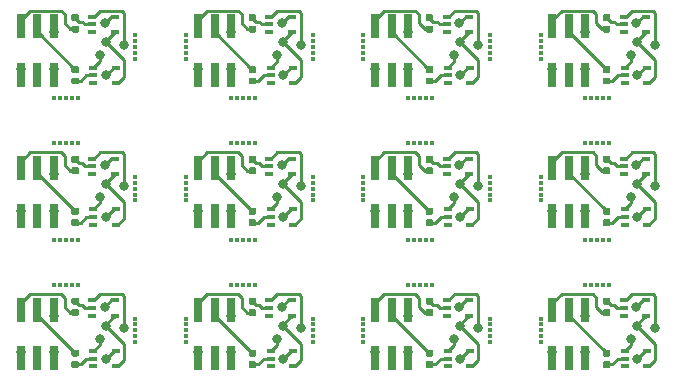
<source format=gbr>
G04 #@! TF.GenerationSoftware,KiCad,Pcbnew,5.0.2-bee76a0~70~ubuntu18.04.1*
G04 #@! TF.CreationDate,2020-01-30T22:42:59+01:00*
G04 #@! TF.ProjectId,schmitt_trigger_adapter,7363686d-6974-4745-9f74-726967676572,rev?*
G04 #@! TF.SameCoordinates,Original*
G04 #@! TF.FileFunction,Copper,L2,Bot*
G04 #@! TF.FilePolarity,Positive*
%FSLAX46Y46*%
G04 Gerber Fmt 4.6, Leading zero omitted, Abs format (unit mm)*
G04 Created by KiCad (PCBNEW 5.0.2-bee76a0~70~ubuntu18.04.1) date Thu 30 Jan 2020 10:42:59 PM CET*
%MOMM*%
%LPD*%
G01*
G04 APERTURE LIST*
G04 #@! TA.AperFunction,SMDPad,CuDef*
%ADD10R,0.700000X2.000000*%
G04 #@! TD*
G04 #@! TA.AperFunction,SMDPad,CuDef*
%ADD11R,0.700000X0.400000*%
G04 #@! TD*
G04 #@! TA.AperFunction,Conductor*
%ADD12C,0.100000*%
G04 #@! TD*
G04 #@! TA.AperFunction,SMDPad,CuDef*
%ADD13C,0.590000*%
G04 #@! TD*
G04 #@! TA.AperFunction,ViaPad*
%ADD14C,0.410000*%
G04 #@! TD*
G04 #@! TA.AperFunction,ViaPad*
%ADD15C,0.800000*%
G04 #@! TD*
G04 #@! TA.AperFunction,Conductor*
%ADD16C,0.250000*%
G04 #@! TD*
G04 APERTURE END LIST*
D10*
G04 #@! TO.P,J2,5*
G04 #@! TO.N,Net-(J2-Pad5)*
X180300000Y-102050000D03*
G04 #@! TO.P,J2,6*
G04 #@! TO.N,GND*
X178900000Y-102050000D03*
G04 #@! TO.P,J2,4*
G04 #@! TO.N,/LED*
X181700000Y-102050000D03*
G04 #@! TO.P,J2,3*
G04 #@! TO.N,+3V3*
X181700000Y-97950000D03*
G04 #@! TO.P,J2,2*
G04 #@! TO.N,/E1*
X180300000Y-97950000D03*
G04 #@! TO.P,J2,1*
G04 #@! TO.N,/E0*
X178900000Y-97950000D03*
G04 #@! TD*
G04 #@! TO.P,J2,5*
G04 #@! TO.N,Net-(J2-Pad5)*
X165300000Y-102050000D03*
G04 #@! TO.P,J2,6*
G04 #@! TO.N,GND*
X163900000Y-102050000D03*
G04 #@! TO.P,J2,4*
G04 #@! TO.N,/LED*
X166700000Y-102050000D03*
G04 #@! TO.P,J2,3*
G04 #@! TO.N,+3V3*
X166700000Y-97950000D03*
G04 #@! TO.P,J2,2*
G04 #@! TO.N,/E1*
X165300000Y-97950000D03*
G04 #@! TO.P,J2,1*
G04 #@! TO.N,/E0*
X163900000Y-97950000D03*
G04 #@! TD*
G04 #@! TO.P,J2,5*
G04 #@! TO.N,Net-(J2-Pad5)*
X150300000Y-102050000D03*
G04 #@! TO.P,J2,6*
G04 #@! TO.N,GND*
X148900000Y-102050000D03*
G04 #@! TO.P,J2,4*
G04 #@! TO.N,/LED*
X151700000Y-102050000D03*
G04 #@! TO.P,J2,3*
G04 #@! TO.N,+3V3*
X151700000Y-97950000D03*
G04 #@! TO.P,J2,2*
G04 #@! TO.N,/E1*
X150300000Y-97950000D03*
G04 #@! TO.P,J2,1*
G04 #@! TO.N,/E0*
X148900000Y-97950000D03*
G04 #@! TD*
G04 #@! TO.P,J2,5*
G04 #@! TO.N,Net-(J2-Pad5)*
X135300000Y-102050000D03*
G04 #@! TO.P,J2,6*
G04 #@! TO.N,GND*
X133900000Y-102050000D03*
G04 #@! TO.P,J2,4*
G04 #@! TO.N,/LED*
X136700000Y-102050000D03*
G04 #@! TO.P,J2,3*
G04 #@! TO.N,+3V3*
X136700000Y-97950000D03*
G04 #@! TO.P,J2,2*
G04 #@! TO.N,/E1*
X135300000Y-97950000D03*
G04 #@! TO.P,J2,1*
G04 #@! TO.N,/E0*
X133900000Y-97950000D03*
G04 #@! TD*
G04 #@! TO.P,J2,5*
G04 #@! TO.N,Net-(J2-Pad5)*
X180300000Y-90050000D03*
G04 #@! TO.P,J2,6*
G04 #@! TO.N,GND*
X178900000Y-90050000D03*
G04 #@! TO.P,J2,4*
G04 #@! TO.N,/LED*
X181700000Y-90050000D03*
G04 #@! TO.P,J2,3*
G04 #@! TO.N,+3V3*
X181700000Y-85950000D03*
G04 #@! TO.P,J2,2*
G04 #@! TO.N,/E1*
X180300000Y-85950000D03*
G04 #@! TO.P,J2,1*
G04 #@! TO.N,/E0*
X178900000Y-85950000D03*
G04 #@! TD*
G04 #@! TO.P,J2,5*
G04 #@! TO.N,Net-(J2-Pad5)*
X165300000Y-90050000D03*
G04 #@! TO.P,J2,6*
G04 #@! TO.N,GND*
X163900000Y-90050000D03*
G04 #@! TO.P,J2,4*
G04 #@! TO.N,/LED*
X166700000Y-90050000D03*
G04 #@! TO.P,J2,3*
G04 #@! TO.N,+3V3*
X166700000Y-85950000D03*
G04 #@! TO.P,J2,2*
G04 #@! TO.N,/E1*
X165300000Y-85950000D03*
G04 #@! TO.P,J2,1*
G04 #@! TO.N,/E0*
X163900000Y-85950000D03*
G04 #@! TD*
G04 #@! TO.P,J2,5*
G04 #@! TO.N,Net-(J2-Pad5)*
X150300000Y-90050000D03*
G04 #@! TO.P,J2,6*
G04 #@! TO.N,GND*
X148900000Y-90050000D03*
G04 #@! TO.P,J2,4*
G04 #@! TO.N,/LED*
X151700000Y-90050000D03*
G04 #@! TO.P,J2,3*
G04 #@! TO.N,+3V3*
X151700000Y-85950000D03*
G04 #@! TO.P,J2,2*
G04 #@! TO.N,/E1*
X150300000Y-85950000D03*
G04 #@! TO.P,J2,1*
G04 #@! TO.N,/E0*
X148900000Y-85950000D03*
G04 #@! TD*
G04 #@! TO.P,J2,5*
G04 #@! TO.N,Net-(J2-Pad5)*
X135300000Y-90050000D03*
G04 #@! TO.P,J2,6*
G04 #@! TO.N,GND*
X133900000Y-90050000D03*
G04 #@! TO.P,J2,4*
G04 #@! TO.N,/LED*
X136700000Y-90050000D03*
G04 #@! TO.P,J2,3*
G04 #@! TO.N,+3V3*
X136700000Y-85950000D03*
G04 #@! TO.P,J2,2*
G04 #@! TO.N,/E1*
X135300000Y-85950000D03*
G04 #@! TO.P,J2,1*
G04 #@! TO.N,/E0*
X133900000Y-85950000D03*
G04 #@! TD*
G04 #@! TO.P,J2,5*
G04 #@! TO.N,Net-(J2-Pad5)*
X180300000Y-78050000D03*
G04 #@! TO.P,J2,6*
G04 #@! TO.N,GND*
X178900000Y-78050000D03*
G04 #@! TO.P,J2,4*
G04 #@! TO.N,/LED*
X181700000Y-78050000D03*
G04 #@! TO.P,J2,3*
G04 #@! TO.N,+3V3*
X181700000Y-73950000D03*
G04 #@! TO.P,J2,2*
G04 #@! TO.N,/E1*
X180300000Y-73950000D03*
G04 #@! TO.P,J2,1*
G04 #@! TO.N,/E0*
X178900000Y-73950000D03*
G04 #@! TD*
G04 #@! TO.P,J2,5*
G04 #@! TO.N,Net-(J2-Pad5)*
X165300000Y-78050000D03*
G04 #@! TO.P,J2,6*
G04 #@! TO.N,GND*
X163900000Y-78050000D03*
G04 #@! TO.P,J2,4*
G04 #@! TO.N,/LED*
X166700000Y-78050000D03*
G04 #@! TO.P,J2,3*
G04 #@! TO.N,+3V3*
X166700000Y-73950000D03*
G04 #@! TO.P,J2,2*
G04 #@! TO.N,/E1*
X165300000Y-73950000D03*
G04 #@! TO.P,J2,1*
G04 #@! TO.N,/E0*
X163900000Y-73950000D03*
G04 #@! TD*
G04 #@! TO.P,J2,5*
G04 #@! TO.N,Net-(J2-Pad5)*
X150300000Y-78050000D03*
G04 #@! TO.P,J2,6*
G04 #@! TO.N,GND*
X148900000Y-78050000D03*
G04 #@! TO.P,J2,4*
G04 #@! TO.N,/LED*
X151700000Y-78050000D03*
G04 #@! TO.P,J2,3*
G04 #@! TO.N,+3V3*
X151700000Y-73950000D03*
G04 #@! TO.P,J2,2*
G04 #@! TO.N,/E1*
X150300000Y-73950000D03*
G04 #@! TO.P,J2,1*
G04 #@! TO.N,/E0*
X148900000Y-73950000D03*
G04 #@! TD*
D11*
G04 #@! TO.P,J4,1*
G04 #@! TO.N,Net-(J4-Pad1)*
X185050000Y-102750000D03*
G04 #@! TO.P,J4,2*
G04 #@! TO.N,Net-(J4-Pad2)*
X185050000Y-102100000D03*
G04 #@! TO.P,J4,3*
G04 #@! TO.N,GND*
X185050000Y-101450000D03*
G04 #@! TO.P,J4,4*
G04 #@! TO.N,/E1_filtered*
X186950000Y-101450000D03*
G04 #@! TO.P,J4,5*
G04 #@! TO.N,+3V3*
X186950000Y-102750000D03*
G04 #@! TD*
G04 #@! TO.P,J4,1*
G04 #@! TO.N,Net-(J4-Pad1)*
X170050000Y-102750000D03*
G04 #@! TO.P,J4,2*
G04 #@! TO.N,Net-(J4-Pad2)*
X170050000Y-102100000D03*
G04 #@! TO.P,J4,3*
G04 #@! TO.N,GND*
X170050000Y-101450000D03*
G04 #@! TO.P,J4,4*
G04 #@! TO.N,/E1_filtered*
X171950000Y-101450000D03*
G04 #@! TO.P,J4,5*
G04 #@! TO.N,+3V3*
X171950000Y-102750000D03*
G04 #@! TD*
G04 #@! TO.P,J4,1*
G04 #@! TO.N,Net-(J4-Pad1)*
X155050000Y-102750000D03*
G04 #@! TO.P,J4,2*
G04 #@! TO.N,Net-(J4-Pad2)*
X155050000Y-102100000D03*
G04 #@! TO.P,J4,3*
G04 #@! TO.N,GND*
X155050000Y-101450000D03*
G04 #@! TO.P,J4,4*
G04 #@! TO.N,/E1_filtered*
X156950000Y-101450000D03*
G04 #@! TO.P,J4,5*
G04 #@! TO.N,+3V3*
X156950000Y-102750000D03*
G04 #@! TD*
G04 #@! TO.P,J4,1*
G04 #@! TO.N,Net-(J4-Pad1)*
X140050000Y-102750000D03*
G04 #@! TO.P,J4,2*
G04 #@! TO.N,Net-(J4-Pad2)*
X140050000Y-102100000D03*
G04 #@! TO.P,J4,3*
G04 #@! TO.N,GND*
X140050000Y-101450000D03*
G04 #@! TO.P,J4,4*
G04 #@! TO.N,/E1_filtered*
X141950000Y-101450000D03*
G04 #@! TO.P,J4,5*
G04 #@! TO.N,+3V3*
X141950000Y-102750000D03*
G04 #@! TD*
G04 #@! TO.P,J4,1*
G04 #@! TO.N,Net-(J4-Pad1)*
X185050000Y-90750000D03*
G04 #@! TO.P,J4,2*
G04 #@! TO.N,Net-(J4-Pad2)*
X185050000Y-90100000D03*
G04 #@! TO.P,J4,3*
G04 #@! TO.N,GND*
X185050000Y-89450000D03*
G04 #@! TO.P,J4,4*
G04 #@! TO.N,/E1_filtered*
X186950000Y-89450000D03*
G04 #@! TO.P,J4,5*
G04 #@! TO.N,+3V3*
X186950000Y-90750000D03*
G04 #@! TD*
G04 #@! TO.P,J4,1*
G04 #@! TO.N,Net-(J4-Pad1)*
X170050000Y-90750000D03*
G04 #@! TO.P,J4,2*
G04 #@! TO.N,Net-(J4-Pad2)*
X170050000Y-90100000D03*
G04 #@! TO.P,J4,3*
G04 #@! TO.N,GND*
X170050000Y-89450000D03*
G04 #@! TO.P,J4,4*
G04 #@! TO.N,/E1_filtered*
X171950000Y-89450000D03*
G04 #@! TO.P,J4,5*
G04 #@! TO.N,+3V3*
X171950000Y-90750000D03*
G04 #@! TD*
G04 #@! TO.P,J4,1*
G04 #@! TO.N,Net-(J4-Pad1)*
X155050000Y-90750000D03*
G04 #@! TO.P,J4,2*
G04 #@! TO.N,Net-(J4-Pad2)*
X155050000Y-90100000D03*
G04 #@! TO.P,J4,3*
G04 #@! TO.N,GND*
X155050000Y-89450000D03*
G04 #@! TO.P,J4,4*
G04 #@! TO.N,/E1_filtered*
X156950000Y-89450000D03*
G04 #@! TO.P,J4,5*
G04 #@! TO.N,+3V3*
X156950000Y-90750000D03*
G04 #@! TD*
G04 #@! TO.P,J4,1*
G04 #@! TO.N,Net-(J4-Pad1)*
X140050000Y-90750000D03*
G04 #@! TO.P,J4,2*
G04 #@! TO.N,Net-(J4-Pad2)*
X140050000Y-90100000D03*
G04 #@! TO.P,J4,3*
G04 #@! TO.N,GND*
X140050000Y-89450000D03*
G04 #@! TO.P,J4,4*
G04 #@! TO.N,/E1_filtered*
X141950000Y-89450000D03*
G04 #@! TO.P,J4,5*
G04 #@! TO.N,+3V3*
X141950000Y-90750000D03*
G04 #@! TD*
G04 #@! TO.P,J4,1*
G04 #@! TO.N,Net-(J4-Pad1)*
X185050000Y-78750000D03*
G04 #@! TO.P,J4,2*
G04 #@! TO.N,Net-(J4-Pad2)*
X185050000Y-78100000D03*
G04 #@! TO.P,J4,3*
G04 #@! TO.N,GND*
X185050000Y-77450000D03*
G04 #@! TO.P,J4,4*
G04 #@! TO.N,/E1_filtered*
X186950000Y-77450000D03*
G04 #@! TO.P,J4,5*
G04 #@! TO.N,+3V3*
X186950000Y-78750000D03*
G04 #@! TD*
G04 #@! TO.P,J4,1*
G04 #@! TO.N,Net-(J4-Pad1)*
X170050000Y-78750000D03*
G04 #@! TO.P,J4,2*
G04 #@! TO.N,Net-(J4-Pad2)*
X170050000Y-78100000D03*
G04 #@! TO.P,J4,3*
G04 #@! TO.N,GND*
X170050000Y-77450000D03*
G04 #@! TO.P,J4,4*
G04 #@! TO.N,/E1_filtered*
X171950000Y-77450000D03*
G04 #@! TO.P,J4,5*
G04 #@! TO.N,+3V3*
X171950000Y-78750000D03*
G04 #@! TD*
G04 #@! TO.P,J4,1*
G04 #@! TO.N,Net-(J4-Pad1)*
X155050000Y-78750000D03*
G04 #@! TO.P,J4,2*
G04 #@! TO.N,Net-(J4-Pad2)*
X155050000Y-78100000D03*
G04 #@! TO.P,J4,3*
G04 #@! TO.N,GND*
X155050000Y-77450000D03*
G04 #@! TO.P,J4,4*
G04 #@! TO.N,/E1_filtered*
X156950000Y-77450000D03*
G04 #@! TO.P,J4,5*
G04 #@! TO.N,+3V3*
X156950000Y-78750000D03*
G04 #@! TD*
D12*
G04 #@! TO.N,/E0*
G04 #@! TO.C,R1*
G36*
X183686958Y-97890710D02*
X183701276Y-97892834D01*
X183715317Y-97896351D01*
X183728946Y-97901228D01*
X183742031Y-97907417D01*
X183754447Y-97914858D01*
X183766073Y-97923481D01*
X183776798Y-97933202D01*
X183786519Y-97943927D01*
X183795142Y-97955553D01*
X183802583Y-97967969D01*
X183808772Y-97981054D01*
X183813649Y-97994683D01*
X183817166Y-98008724D01*
X183819290Y-98023042D01*
X183820000Y-98037500D01*
X183820000Y-98332500D01*
X183819290Y-98346958D01*
X183817166Y-98361276D01*
X183813649Y-98375317D01*
X183808772Y-98388946D01*
X183802583Y-98402031D01*
X183795142Y-98414447D01*
X183786519Y-98426073D01*
X183776798Y-98436798D01*
X183766073Y-98446519D01*
X183754447Y-98455142D01*
X183742031Y-98462583D01*
X183728946Y-98468772D01*
X183715317Y-98473649D01*
X183701276Y-98477166D01*
X183686958Y-98479290D01*
X183672500Y-98480000D01*
X183327500Y-98480000D01*
X183313042Y-98479290D01*
X183298724Y-98477166D01*
X183284683Y-98473649D01*
X183271054Y-98468772D01*
X183257969Y-98462583D01*
X183245553Y-98455142D01*
X183233927Y-98446519D01*
X183223202Y-98436798D01*
X183213481Y-98426073D01*
X183204858Y-98414447D01*
X183197417Y-98402031D01*
X183191228Y-98388946D01*
X183186351Y-98375317D01*
X183182834Y-98361276D01*
X183180710Y-98346958D01*
X183180000Y-98332500D01*
X183180000Y-98037500D01*
X183180710Y-98023042D01*
X183182834Y-98008724D01*
X183186351Y-97994683D01*
X183191228Y-97981054D01*
X183197417Y-97967969D01*
X183204858Y-97955553D01*
X183213481Y-97943927D01*
X183223202Y-97933202D01*
X183233927Y-97923481D01*
X183245553Y-97914858D01*
X183257969Y-97907417D01*
X183271054Y-97901228D01*
X183284683Y-97896351D01*
X183298724Y-97892834D01*
X183313042Y-97890710D01*
X183327500Y-97890000D01*
X183672500Y-97890000D01*
X183686958Y-97890710D01*
X183686958Y-97890710D01*
G37*
D13*
G04 #@! TD*
G04 #@! TO.P,R1,2*
G04 #@! TO.N,/E0*
X183500000Y-98185000D03*
D12*
G04 #@! TO.N,Net-(J3-Pad2)*
G04 #@! TO.C,R1*
G36*
X183686958Y-96920710D02*
X183701276Y-96922834D01*
X183715317Y-96926351D01*
X183728946Y-96931228D01*
X183742031Y-96937417D01*
X183754447Y-96944858D01*
X183766073Y-96953481D01*
X183776798Y-96963202D01*
X183786519Y-96973927D01*
X183795142Y-96985553D01*
X183802583Y-96997969D01*
X183808772Y-97011054D01*
X183813649Y-97024683D01*
X183817166Y-97038724D01*
X183819290Y-97053042D01*
X183820000Y-97067500D01*
X183820000Y-97362500D01*
X183819290Y-97376958D01*
X183817166Y-97391276D01*
X183813649Y-97405317D01*
X183808772Y-97418946D01*
X183802583Y-97432031D01*
X183795142Y-97444447D01*
X183786519Y-97456073D01*
X183776798Y-97466798D01*
X183766073Y-97476519D01*
X183754447Y-97485142D01*
X183742031Y-97492583D01*
X183728946Y-97498772D01*
X183715317Y-97503649D01*
X183701276Y-97507166D01*
X183686958Y-97509290D01*
X183672500Y-97510000D01*
X183327500Y-97510000D01*
X183313042Y-97509290D01*
X183298724Y-97507166D01*
X183284683Y-97503649D01*
X183271054Y-97498772D01*
X183257969Y-97492583D01*
X183245553Y-97485142D01*
X183233927Y-97476519D01*
X183223202Y-97466798D01*
X183213481Y-97456073D01*
X183204858Y-97444447D01*
X183197417Y-97432031D01*
X183191228Y-97418946D01*
X183186351Y-97405317D01*
X183182834Y-97391276D01*
X183180710Y-97376958D01*
X183180000Y-97362500D01*
X183180000Y-97067500D01*
X183180710Y-97053042D01*
X183182834Y-97038724D01*
X183186351Y-97024683D01*
X183191228Y-97011054D01*
X183197417Y-96997969D01*
X183204858Y-96985553D01*
X183213481Y-96973927D01*
X183223202Y-96963202D01*
X183233927Y-96953481D01*
X183245553Y-96944858D01*
X183257969Y-96937417D01*
X183271054Y-96931228D01*
X183284683Y-96926351D01*
X183298724Y-96922834D01*
X183313042Y-96920710D01*
X183327500Y-96920000D01*
X183672500Y-96920000D01*
X183686958Y-96920710D01*
X183686958Y-96920710D01*
G37*
D13*
G04 #@! TD*
G04 #@! TO.P,R1,1*
G04 #@! TO.N,Net-(J3-Pad2)*
X183500000Y-97215000D03*
D12*
G04 #@! TO.N,/E0*
G04 #@! TO.C,R1*
G36*
X168686958Y-97890710D02*
X168701276Y-97892834D01*
X168715317Y-97896351D01*
X168728946Y-97901228D01*
X168742031Y-97907417D01*
X168754447Y-97914858D01*
X168766073Y-97923481D01*
X168776798Y-97933202D01*
X168786519Y-97943927D01*
X168795142Y-97955553D01*
X168802583Y-97967969D01*
X168808772Y-97981054D01*
X168813649Y-97994683D01*
X168817166Y-98008724D01*
X168819290Y-98023042D01*
X168820000Y-98037500D01*
X168820000Y-98332500D01*
X168819290Y-98346958D01*
X168817166Y-98361276D01*
X168813649Y-98375317D01*
X168808772Y-98388946D01*
X168802583Y-98402031D01*
X168795142Y-98414447D01*
X168786519Y-98426073D01*
X168776798Y-98436798D01*
X168766073Y-98446519D01*
X168754447Y-98455142D01*
X168742031Y-98462583D01*
X168728946Y-98468772D01*
X168715317Y-98473649D01*
X168701276Y-98477166D01*
X168686958Y-98479290D01*
X168672500Y-98480000D01*
X168327500Y-98480000D01*
X168313042Y-98479290D01*
X168298724Y-98477166D01*
X168284683Y-98473649D01*
X168271054Y-98468772D01*
X168257969Y-98462583D01*
X168245553Y-98455142D01*
X168233927Y-98446519D01*
X168223202Y-98436798D01*
X168213481Y-98426073D01*
X168204858Y-98414447D01*
X168197417Y-98402031D01*
X168191228Y-98388946D01*
X168186351Y-98375317D01*
X168182834Y-98361276D01*
X168180710Y-98346958D01*
X168180000Y-98332500D01*
X168180000Y-98037500D01*
X168180710Y-98023042D01*
X168182834Y-98008724D01*
X168186351Y-97994683D01*
X168191228Y-97981054D01*
X168197417Y-97967969D01*
X168204858Y-97955553D01*
X168213481Y-97943927D01*
X168223202Y-97933202D01*
X168233927Y-97923481D01*
X168245553Y-97914858D01*
X168257969Y-97907417D01*
X168271054Y-97901228D01*
X168284683Y-97896351D01*
X168298724Y-97892834D01*
X168313042Y-97890710D01*
X168327500Y-97890000D01*
X168672500Y-97890000D01*
X168686958Y-97890710D01*
X168686958Y-97890710D01*
G37*
D13*
G04 #@! TD*
G04 #@! TO.P,R1,2*
G04 #@! TO.N,/E0*
X168500000Y-98185000D03*
D12*
G04 #@! TO.N,Net-(J3-Pad2)*
G04 #@! TO.C,R1*
G36*
X168686958Y-96920710D02*
X168701276Y-96922834D01*
X168715317Y-96926351D01*
X168728946Y-96931228D01*
X168742031Y-96937417D01*
X168754447Y-96944858D01*
X168766073Y-96953481D01*
X168776798Y-96963202D01*
X168786519Y-96973927D01*
X168795142Y-96985553D01*
X168802583Y-96997969D01*
X168808772Y-97011054D01*
X168813649Y-97024683D01*
X168817166Y-97038724D01*
X168819290Y-97053042D01*
X168820000Y-97067500D01*
X168820000Y-97362500D01*
X168819290Y-97376958D01*
X168817166Y-97391276D01*
X168813649Y-97405317D01*
X168808772Y-97418946D01*
X168802583Y-97432031D01*
X168795142Y-97444447D01*
X168786519Y-97456073D01*
X168776798Y-97466798D01*
X168766073Y-97476519D01*
X168754447Y-97485142D01*
X168742031Y-97492583D01*
X168728946Y-97498772D01*
X168715317Y-97503649D01*
X168701276Y-97507166D01*
X168686958Y-97509290D01*
X168672500Y-97510000D01*
X168327500Y-97510000D01*
X168313042Y-97509290D01*
X168298724Y-97507166D01*
X168284683Y-97503649D01*
X168271054Y-97498772D01*
X168257969Y-97492583D01*
X168245553Y-97485142D01*
X168233927Y-97476519D01*
X168223202Y-97466798D01*
X168213481Y-97456073D01*
X168204858Y-97444447D01*
X168197417Y-97432031D01*
X168191228Y-97418946D01*
X168186351Y-97405317D01*
X168182834Y-97391276D01*
X168180710Y-97376958D01*
X168180000Y-97362500D01*
X168180000Y-97067500D01*
X168180710Y-97053042D01*
X168182834Y-97038724D01*
X168186351Y-97024683D01*
X168191228Y-97011054D01*
X168197417Y-96997969D01*
X168204858Y-96985553D01*
X168213481Y-96973927D01*
X168223202Y-96963202D01*
X168233927Y-96953481D01*
X168245553Y-96944858D01*
X168257969Y-96937417D01*
X168271054Y-96931228D01*
X168284683Y-96926351D01*
X168298724Y-96922834D01*
X168313042Y-96920710D01*
X168327500Y-96920000D01*
X168672500Y-96920000D01*
X168686958Y-96920710D01*
X168686958Y-96920710D01*
G37*
D13*
G04 #@! TD*
G04 #@! TO.P,R1,1*
G04 #@! TO.N,Net-(J3-Pad2)*
X168500000Y-97215000D03*
D12*
G04 #@! TO.N,/E0*
G04 #@! TO.C,R1*
G36*
X153686958Y-97890710D02*
X153701276Y-97892834D01*
X153715317Y-97896351D01*
X153728946Y-97901228D01*
X153742031Y-97907417D01*
X153754447Y-97914858D01*
X153766073Y-97923481D01*
X153776798Y-97933202D01*
X153786519Y-97943927D01*
X153795142Y-97955553D01*
X153802583Y-97967969D01*
X153808772Y-97981054D01*
X153813649Y-97994683D01*
X153817166Y-98008724D01*
X153819290Y-98023042D01*
X153820000Y-98037500D01*
X153820000Y-98332500D01*
X153819290Y-98346958D01*
X153817166Y-98361276D01*
X153813649Y-98375317D01*
X153808772Y-98388946D01*
X153802583Y-98402031D01*
X153795142Y-98414447D01*
X153786519Y-98426073D01*
X153776798Y-98436798D01*
X153766073Y-98446519D01*
X153754447Y-98455142D01*
X153742031Y-98462583D01*
X153728946Y-98468772D01*
X153715317Y-98473649D01*
X153701276Y-98477166D01*
X153686958Y-98479290D01*
X153672500Y-98480000D01*
X153327500Y-98480000D01*
X153313042Y-98479290D01*
X153298724Y-98477166D01*
X153284683Y-98473649D01*
X153271054Y-98468772D01*
X153257969Y-98462583D01*
X153245553Y-98455142D01*
X153233927Y-98446519D01*
X153223202Y-98436798D01*
X153213481Y-98426073D01*
X153204858Y-98414447D01*
X153197417Y-98402031D01*
X153191228Y-98388946D01*
X153186351Y-98375317D01*
X153182834Y-98361276D01*
X153180710Y-98346958D01*
X153180000Y-98332500D01*
X153180000Y-98037500D01*
X153180710Y-98023042D01*
X153182834Y-98008724D01*
X153186351Y-97994683D01*
X153191228Y-97981054D01*
X153197417Y-97967969D01*
X153204858Y-97955553D01*
X153213481Y-97943927D01*
X153223202Y-97933202D01*
X153233927Y-97923481D01*
X153245553Y-97914858D01*
X153257969Y-97907417D01*
X153271054Y-97901228D01*
X153284683Y-97896351D01*
X153298724Y-97892834D01*
X153313042Y-97890710D01*
X153327500Y-97890000D01*
X153672500Y-97890000D01*
X153686958Y-97890710D01*
X153686958Y-97890710D01*
G37*
D13*
G04 #@! TD*
G04 #@! TO.P,R1,2*
G04 #@! TO.N,/E0*
X153500000Y-98185000D03*
D12*
G04 #@! TO.N,Net-(J3-Pad2)*
G04 #@! TO.C,R1*
G36*
X153686958Y-96920710D02*
X153701276Y-96922834D01*
X153715317Y-96926351D01*
X153728946Y-96931228D01*
X153742031Y-96937417D01*
X153754447Y-96944858D01*
X153766073Y-96953481D01*
X153776798Y-96963202D01*
X153786519Y-96973927D01*
X153795142Y-96985553D01*
X153802583Y-96997969D01*
X153808772Y-97011054D01*
X153813649Y-97024683D01*
X153817166Y-97038724D01*
X153819290Y-97053042D01*
X153820000Y-97067500D01*
X153820000Y-97362500D01*
X153819290Y-97376958D01*
X153817166Y-97391276D01*
X153813649Y-97405317D01*
X153808772Y-97418946D01*
X153802583Y-97432031D01*
X153795142Y-97444447D01*
X153786519Y-97456073D01*
X153776798Y-97466798D01*
X153766073Y-97476519D01*
X153754447Y-97485142D01*
X153742031Y-97492583D01*
X153728946Y-97498772D01*
X153715317Y-97503649D01*
X153701276Y-97507166D01*
X153686958Y-97509290D01*
X153672500Y-97510000D01*
X153327500Y-97510000D01*
X153313042Y-97509290D01*
X153298724Y-97507166D01*
X153284683Y-97503649D01*
X153271054Y-97498772D01*
X153257969Y-97492583D01*
X153245553Y-97485142D01*
X153233927Y-97476519D01*
X153223202Y-97466798D01*
X153213481Y-97456073D01*
X153204858Y-97444447D01*
X153197417Y-97432031D01*
X153191228Y-97418946D01*
X153186351Y-97405317D01*
X153182834Y-97391276D01*
X153180710Y-97376958D01*
X153180000Y-97362500D01*
X153180000Y-97067500D01*
X153180710Y-97053042D01*
X153182834Y-97038724D01*
X153186351Y-97024683D01*
X153191228Y-97011054D01*
X153197417Y-96997969D01*
X153204858Y-96985553D01*
X153213481Y-96973927D01*
X153223202Y-96963202D01*
X153233927Y-96953481D01*
X153245553Y-96944858D01*
X153257969Y-96937417D01*
X153271054Y-96931228D01*
X153284683Y-96926351D01*
X153298724Y-96922834D01*
X153313042Y-96920710D01*
X153327500Y-96920000D01*
X153672500Y-96920000D01*
X153686958Y-96920710D01*
X153686958Y-96920710D01*
G37*
D13*
G04 #@! TD*
G04 #@! TO.P,R1,1*
G04 #@! TO.N,Net-(J3-Pad2)*
X153500000Y-97215000D03*
D12*
G04 #@! TO.N,/E0*
G04 #@! TO.C,R1*
G36*
X138686958Y-97890710D02*
X138701276Y-97892834D01*
X138715317Y-97896351D01*
X138728946Y-97901228D01*
X138742031Y-97907417D01*
X138754447Y-97914858D01*
X138766073Y-97923481D01*
X138776798Y-97933202D01*
X138786519Y-97943927D01*
X138795142Y-97955553D01*
X138802583Y-97967969D01*
X138808772Y-97981054D01*
X138813649Y-97994683D01*
X138817166Y-98008724D01*
X138819290Y-98023042D01*
X138820000Y-98037500D01*
X138820000Y-98332500D01*
X138819290Y-98346958D01*
X138817166Y-98361276D01*
X138813649Y-98375317D01*
X138808772Y-98388946D01*
X138802583Y-98402031D01*
X138795142Y-98414447D01*
X138786519Y-98426073D01*
X138776798Y-98436798D01*
X138766073Y-98446519D01*
X138754447Y-98455142D01*
X138742031Y-98462583D01*
X138728946Y-98468772D01*
X138715317Y-98473649D01*
X138701276Y-98477166D01*
X138686958Y-98479290D01*
X138672500Y-98480000D01*
X138327500Y-98480000D01*
X138313042Y-98479290D01*
X138298724Y-98477166D01*
X138284683Y-98473649D01*
X138271054Y-98468772D01*
X138257969Y-98462583D01*
X138245553Y-98455142D01*
X138233927Y-98446519D01*
X138223202Y-98436798D01*
X138213481Y-98426073D01*
X138204858Y-98414447D01*
X138197417Y-98402031D01*
X138191228Y-98388946D01*
X138186351Y-98375317D01*
X138182834Y-98361276D01*
X138180710Y-98346958D01*
X138180000Y-98332500D01*
X138180000Y-98037500D01*
X138180710Y-98023042D01*
X138182834Y-98008724D01*
X138186351Y-97994683D01*
X138191228Y-97981054D01*
X138197417Y-97967969D01*
X138204858Y-97955553D01*
X138213481Y-97943927D01*
X138223202Y-97933202D01*
X138233927Y-97923481D01*
X138245553Y-97914858D01*
X138257969Y-97907417D01*
X138271054Y-97901228D01*
X138284683Y-97896351D01*
X138298724Y-97892834D01*
X138313042Y-97890710D01*
X138327500Y-97890000D01*
X138672500Y-97890000D01*
X138686958Y-97890710D01*
X138686958Y-97890710D01*
G37*
D13*
G04 #@! TD*
G04 #@! TO.P,R1,2*
G04 #@! TO.N,/E0*
X138500000Y-98185000D03*
D12*
G04 #@! TO.N,Net-(J3-Pad2)*
G04 #@! TO.C,R1*
G36*
X138686958Y-96920710D02*
X138701276Y-96922834D01*
X138715317Y-96926351D01*
X138728946Y-96931228D01*
X138742031Y-96937417D01*
X138754447Y-96944858D01*
X138766073Y-96953481D01*
X138776798Y-96963202D01*
X138786519Y-96973927D01*
X138795142Y-96985553D01*
X138802583Y-96997969D01*
X138808772Y-97011054D01*
X138813649Y-97024683D01*
X138817166Y-97038724D01*
X138819290Y-97053042D01*
X138820000Y-97067500D01*
X138820000Y-97362500D01*
X138819290Y-97376958D01*
X138817166Y-97391276D01*
X138813649Y-97405317D01*
X138808772Y-97418946D01*
X138802583Y-97432031D01*
X138795142Y-97444447D01*
X138786519Y-97456073D01*
X138776798Y-97466798D01*
X138766073Y-97476519D01*
X138754447Y-97485142D01*
X138742031Y-97492583D01*
X138728946Y-97498772D01*
X138715317Y-97503649D01*
X138701276Y-97507166D01*
X138686958Y-97509290D01*
X138672500Y-97510000D01*
X138327500Y-97510000D01*
X138313042Y-97509290D01*
X138298724Y-97507166D01*
X138284683Y-97503649D01*
X138271054Y-97498772D01*
X138257969Y-97492583D01*
X138245553Y-97485142D01*
X138233927Y-97476519D01*
X138223202Y-97466798D01*
X138213481Y-97456073D01*
X138204858Y-97444447D01*
X138197417Y-97432031D01*
X138191228Y-97418946D01*
X138186351Y-97405317D01*
X138182834Y-97391276D01*
X138180710Y-97376958D01*
X138180000Y-97362500D01*
X138180000Y-97067500D01*
X138180710Y-97053042D01*
X138182834Y-97038724D01*
X138186351Y-97024683D01*
X138191228Y-97011054D01*
X138197417Y-96997969D01*
X138204858Y-96985553D01*
X138213481Y-96973927D01*
X138223202Y-96963202D01*
X138233927Y-96953481D01*
X138245553Y-96944858D01*
X138257969Y-96937417D01*
X138271054Y-96931228D01*
X138284683Y-96926351D01*
X138298724Y-96922834D01*
X138313042Y-96920710D01*
X138327500Y-96920000D01*
X138672500Y-96920000D01*
X138686958Y-96920710D01*
X138686958Y-96920710D01*
G37*
D13*
G04 #@! TD*
G04 #@! TO.P,R1,1*
G04 #@! TO.N,Net-(J3-Pad2)*
X138500000Y-97215000D03*
D12*
G04 #@! TO.N,/E0*
G04 #@! TO.C,R1*
G36*
X183686958Y-85890710D02*
X183701276Y-85892834D01*
X183715317Y-85896351D01*
X183728946Y-85901228D01*
X183742031Y-85907417D01*
X183754447Y-85914858D01*
X183766073Y-85923481D01*
X183776798Y-85933202D01*
X183786519Y-85943927D01*
X183795142Y-85955553D01*
X183802583Y-85967969D01*
X183808772Y-85981054D01*
X183813649Y-85994683D01*
X183817166Y-86008724D01*
X183819290Y-86023042D01*
X183820000Y-86037500D01*
X183820000Y-86332500D01*
X183819290Y-86346958D01*
X183817166Y-86361276D01*
X183813649Y-86375317D01*
X183808772Y-86388946D01*
X183802583Y-86402031D01*
X183795142Y-86414447D01*
X183786519Y-86426073D01*
X183776798Y-86436798D01*
X183766073Y-86446519D01*
X183754447Y-86455142D01*
X183742031Y-86462583D01*
X183728946Y-86468772D01*
X183715317Y-86473649D01*
X183701276Y-86477166D01*
X183686958Y-86479290D01*
X183672500Y-86480000D01*
X183327500Y-86480000D01*
X183313042Y-86479290D01*
X183298724Y-86477166D01*
X183284683Y-86473649D01*
X183271054Y-86468772D01*
X183257969Y-86462583D01*
X183245553Y-86455142D01*
X183233927Y-86446519D01*
X183223202Y-86436798D01*
X183213481Y-86426073D01*
X183204858Y-86414447D01*
X183197417Y-86402031D01*
X183191228Y-86388946D01*
X183186351Y-86375317D01*
X183182834Y-86361276D01*
X183180710Y-86346958D01*
X183180000Y-86332500D01*
X183180000Y-86037500D01*
X183180710Y-86023042D01*
X183182834Y-86008724D01*
X183186351Y-85994683D01*
X183191228Y-85981054D01*
X183197417Y-85967969D01*
X183204858Y-85955553D01*
X183213481Y-85943927D01*
X183223202Y-85933202D01*
X183233927Y-85923481D01*
X183245553Y-85914858D01*
X183257969Y-85907417D01*
X183271054Y-85901228D01*
X183284683Y-85896351D01*
X183298724Y-85892834D01*
X183313042Y-85890710D01*
X183327500Y-85890000D01*
X183672500Y-85890000D01*
X183686958Y-85890710D01*
X183686958Y-85890710D01*
G37*
D13*
G04 #@! TD*
G04 #@! TO.P,R1,2*
G04 #@! TO.N,/E0*
X183500000Y-86185000D03*
D12*
G04 #@! TO.N,Net-(J3-Pad2)*
G04 #@! TO.C,R1*
G36*
X183686958Y-84920710D02*
X183701276Y-84922834D01*
X183715317Y-84926351D01*
X183728946Y-84931228D01*
X183742031Y-84937417D01*
X183754447Y-84944858D01*
X183766073Y-84953481D01*
X183776798Y-84963202D01*
X183786519Y-84973927D01*
X183795142Y-84985553D01*
X183802583Y-84997969D01*
X183808772Y-85011054D01*
X183813649Y-85024683D01*
X183817166Y-85038724D01*
X183819290Y-85053042D01*
X183820000Y-85067500D01*
X183820000Y-85362500D01*
X183819290Y-85376958D01*
X183817166Y-85391276D01*
X183813649Y-85405317D01*
X183808772Y-85418946D01*
X183802583Y-85432031D01*
X183795142Y-85444447D01*
X183786519Y-85456073D01*
X183776798Y-85466798D01*
X183766073Y-85476519D01*
X183754447Y-85485142D01*
X183742031Y-85492583D01*
X183728946Y-85498772D01*
X183715317Y-85503649D01*
X183701276Y-85507166D01*
X183686958Y-85509290D01*
X183672500Y-85510000D01*
X183327500Y-85510000D01*
X183313042Y-85509290D01*
X183298724Y-85507166D01*
X183284683Y-85503649D01*
X183271054Y-85498772D01*
X183257969Y-85492583D01*
X183245553Y-85485142D01*
X183233927Y-85476519D01*
X183223202Y-85466798D01*
X183213481Y-85456073D01*
X183204858Y-85444447D01*
X183197417Y-85432031D01*
X183191228Y-85418946D01*
X183186351Y-85405317D01*
X183182834Y-85391276D01*
X183180710Y-85376958D01*
X183180000Y-85362500D01*
X183180000Y-85067500D01*
X183180710Y-85053042D01*
X183182834Y-85038724D01*
X183186351Y-85024683D01*
X183191228Y-85011054D01*
X183197417Y-84997969D01*
X183204858Y-84985553D01*
X183213481Y-84973927D01*
X183223202Y-84963202D01*
X183233927Y-84953481D01*
X183245553Y-84944858D01*
X183257969Y-84937417D01*
X183271054Y-84931228D01*
X183284683Y-84926351D01*
X183298724Y-84922834D01*
X183313042Y-84920710D01*
X183327500Y-84920000D01*
X183672500Y-84920000D01*
X183686958Y-84920710D01*
X183686958Y-84920710D01*
G37*
D13*
G04 #@! TD*
G04 #@! TO.P,R1,1*
G04 #@! TO.N,Net-(J3-Pad2)*
X183500000Y-85215000D03*
D12*
G04 #@! TO.N,/E0*
G04 #@! TO.C,R1*
G36*
X168686958Y-85890710D02*
X168701276Y-85892834D01*
X168715317Y-85896351D01*
X168728946Y-85901228D01*
X168742031Y-85907417D01*
X168754447Y-85914858D01*
X168766073Y-85923481D01*
X168776798Y-85933202D01*
X168786519Y-85943927D01*
X168795142Y-85955553D01*
X168802583Y-85967969D01*
X168808772Y-85981054D01*
X168813649Y-85994683D01*
X168817166Y-86008724D01*
X168819290Y-86023042D01*
X168820000Y-86037500D01*
X168820000Y-86332500D01*
X168819290Y-86346958D01*
X168817166Y-86361276D01*
X168813649Y-86375317D01*
X168808772Y-86388946D01*
X168802583Y-86402031D01*
X168795142Y-86414447D01*
X168786519Y-86426073D01*
X168776798Y-86436798D01*
X168766073Y-86446519D01*
X168754447Y-86455142D01*
X168742031Y-86462583D01*
X168728946Y-86468772D01*
X168715317Y-86473649D01*
X168701276Y-86477166D01*
X168686958Y-86479290D01*
X168672500Y-86480000D01*
X168327500Y-86480000D01*
X168313042Y-86479290D01*
X168298724Y-86477166D01*
X168284683Y-86473649D01*
X168271054Y-86468772D01*
X168257969Y-86462583D01*
X168245553Y-86455142D01*
X168233927Y-86446519D01*
X168223202Y-86436798D01*
X168213481Y-86426073D01*
X168204858Y-86414447D01*
X168197417Y-86402031D01*
X168191228Y-86388946D01*
X168186351Y-86375317D01*
X168182834Y-86361276D01*
X168180710Y-86346958D01*
X168180000Y-86332500D01*
X168180000Y-86037500D01*
X168180710Y-86023042D01*
X168182834Y-86008724D01*
X168186351Y-85994683D01*
X168191228Y-85981054D01*
X168197417Y-85967969D01*
X168204858Y-85955553D01*
X168213481Y-85943927D01*
X168223202Y-85933202D01*
X168233927Y-85923481D01*
X168245553Y-85914858D01*
X168257969Y-85907417D01*
X168271054Y-85901228D01*
X168284683Y-85896351D01*
X168298724Y-85892834D01*
X168313042Y-85890710D01*
X168327500Y-85890000D01*
X168672500Y-85890000D01*
X168686958Y-85890710D01*
X168686958Y-85890710D01*
G37*
D13*
G04 #@! TD*
G04 #@! TO.P,R1,2*
G04 #@! TO.N,/E0*
X168500000Y-86185000D03*
D12*
G04 #@! TO.N,Net-(J3-Pad2)*
G04 #@! TO.C,R1*
G36*
X168686958Y-84920710D02*
X168701276Y-84922834D01*
X168715317Y-84926351D01*
X168728946Y-84931228D01*
X168742031Y-84937417D01*
X168754447Y-84944858D01*
X168766073Y-84953481D01*
X168776798Y-84963202D01*
X168786519Y-84973927D01*
X168795142Y-84985553D01*
X168802583Y-84997969D01*
X168808772Y-85011054D01*
X168813649Y-85024683D01*
X168817166Y-85038724D01*
X168819290Y-85053042D01*
X168820000Y-85067500D01*
X168820000Y-85362500D01*
X168819290Y-85376958D01*
X168817166Y-85391276D01*
X168813649Y-85405317D01*
X168808772Y-85418946D01*
X168802583Y-85432031D01*
X168795142Y-85444447D01*
X168786519Y-85456073D01*
X168776798Y-85466798D01*
X168766073Y-85476519D01*
X168754447Y-85485142D01*
X168742031Y-85492583D01*
X168728946Y-85498772D01*
X168715317Y-85503649D01*
X168701276Y-85507166D01*
X168686958Y-85509290D01*
X168672500Y-85510000D01*
X168327500Y-85510000D01*
X168313042Y-85509290D01*
X168298724Y-85507166D01*
X168284683Y-85503649D01*
X168271054Y-85498772D01*
X168257969Y-85492583D01*
X168245553Y-85485142D01*
X168233927Y-85476519D01*
X168223202Y-85466798D01*
X168213481Y-85456073D01*
X168204858Y-85444447D01*
X168197417Y-85432031D01*
X168191228Y-85418946D01*
X168186351Y-85405317D01*
X168182834Y-85391276D01*
X168180710Y-85376958D01*
X168180000Y-85362500D01*
X168180000Y-85067500D01*
X168180710Y-85053042D01*
X168182834Y-85038724D01*
X168186351Y-85024683D01*
X168191228Y-85011054D01*
X168197417Y-84997969D01*
X168204858Y-84985553D01*
X168213481Y-84973927D01*
X168223202Y-84963202D01*
X168233927Y-84953481D01*
X168245553Y-84944858D01*
X168257969Y-84937417D01*
X168271054Y-84931228D01*
X168284683Y-84926351D01*
X168298724Y-84922834D01*
X168313042Y-84920710D01*
X168327500Y-84920000D01*
X168672500Y-84920000D01*
X168686958Y-84920710D01*
X168686958Y-84920710D01*
G37*
D13*
G04 #@! TD*
G04 #@! TO.P,R1,1*
G04 #@! TO.N,Net-(J3-Pad2)*
X168500000Y-85215000D03*
D12*
G04 #@! TO.N,/E0*
G04 #@! TO.C,R1*
G36*
X153686958Y-85890710D02*
X153701276Y-85892834D01*
X153715317Y-85896351D01*
X153728946Y-85901228D01*
X153742031Y-85907417D01*
X153754447Y-85914858D01*
X153766073Y-85923481D01*
X153776798Y-85933202D01*
X153786519Y-85943927D01*
X153795142Y-85955553D01*
X153802583Y-85967969D01*
X153808772Y-85981054D01*
X153813649Y-85994683D01*
X153817166Y-86008724D01*
X153819290Y-86023042D01*
X153820000Y-86037500D01*
X153820000Y-86332500D01*
X153819290Y-86346958D01*
X153817166Y-86361276D01*
X153813649Y-86375317D01*
X153808772Y-86388946D01*
X153802583Y-86402031D01*
X153795142Y-86414447D01*
X153786519Y-86426073D01*
X153776798Y-86436798D01*
X153766073Y-86446519D01*
X153754447Y-86455142D01*
X153742031Y-86462583D01*
X153728946Y-86468772D01*
X153715317Y-86473649D01*
X153701276Y-86477166D01*
X153686958Y-86479290D01*
X153672500Y-86480000D01*
X153327500Y-86480000D01*
X153313042Y-86479290D01*
X153298724Y-86477166D01*
X153284683Y-86473649D01*
X153271054Y-86468772D01*
X153257969Y-86462583D01*
X153245553Y-86455142D01*
X153233927Y-86446519D01*
X153223202Y-86436798D01*
X153213481Y-86426073D01*
X153204858Y-86414447D01*
X153197417Y-86402031D01*
X153191228Y-86388946D01*
X153186351Y-86375317D01*
X153182834Y-86361276D01*
X153180710Y-86346958D01*
X153180000Y-86332500D01*
X153180000Y-86037500D01*
X153180710Y-86023042D01*
X153182834Y-86008724D01*
X153186351Y-85994683D01*
X153191228Y-85981054D01*
X153197417Y-85967969D01*
X153204858Y-85955553D01*
X153213481Y-85943927D01*
X153223202Y-85933202D01*
X153233927Y-85923481D01*
X153245553Y-85914858D01*
X153257969Y-85907417D01*
X153271054Y-85901228D01*
X153284683Y-85896351D01*
X153298724Y-85892834D01*
X153313042Y-85890710D01*
X153327500Y-85890000D01*
X153672500Y-85890000D01*
X153686958Y-85890710D01*
X153686958Y-85890710D01*
G37*
D13*
G04 #@! TD*
G04 #@! TO.P,R1,2*
G04 #@! TO.N,/E0*
X153500000Y-86185000D03*
D12*
G04 #@! TO.N,Net-(J3-Pad2)*
G04 #@! TO.C,R1*
G36*
X153686958Y-84920710D02*
X153701276Y-84922834D01*
X153715317Y-84926351D01*
X153728946Y-84931228D01*
X153742031Y-84937417D01*
X153754447Y-84944858D01*
X153766073Y-84953481D01*
X153776798Y-84963202D01*
X153786519Y-84973927D01*
X153795142Y-84985553D01*
X153802583Y-84997969D01*
X153808772Y-85011054D01*
X153813649Y-85024683D01*
X153817166Y-85038724D01*
X153819290Y-85053042D01*
X153820000Y-85067500D01*
X153820000Y-85362500D01*
X153819290Y-85376958D01*
X153817166Y-85391276D01*
X153813649Y-85405317D01*
X153808772Y-85418946D01*
X153802583Y-85432031D01*
X153795142Y-85444447D01*
X153786519Y-85456073D01*
X153776798Y-85466798D01*
X153766073Y-85476519D01*
X153754447Y-85485142D01*
X153742031Y-85492583D01*
X153728946Y-85498772D01*
X153715317Y-85503649D01*
X153701276Y-85507166D01*
X153686958Y-85509290D01*
X153672500Y-85510000D01*
X153327500Y-85510000D01*
X153313042Y-85509290D01*
X153298724Y-85507166D01*
X153284683Y-85503649D01*
X153271054Y-85498772D01*
X153257969Y-85492583D01*
X153245553Y-85485142D01*
X153233927Y-85476519D01*
X153223202Y-85466798D01*
X153213481Y-85456073D01*
X153204858Y-85444447D01*
X153197417Y-85432031D01*
X153191228Y-85418946D01*
X153186351Y-85405317D01*
X153182834Y-85391276D01*
X153180710Y-85376958D01*
X153180000Y-85362500D01*
X153180000Y-85067500D01*
X153180710Y-85053042D01*
X153182834Y-85038724D01*
X153186351Y-85024683D01*
X153191228Y-85011054D01*
X153197417Y-84997969D01*
X153204858Y-84985553D01*
X153213481Y-84973927D01*
X153223202Y-84963202D01*
X153233927Y-84953481D01*
X153245553Y-84944858D01*
X153257969Y-84937417D01*
X153271054Y-84931228D01*
X153284683Y-84926351D01*
X153298724Y-84922834D01*
X153313042Y-84920710D01*
X153327500Y-84920000D01*
X153672500Y-84920000D01*
X153686958Y-84920710D01*
X153686958Y-84920710D01*
G37*
D13*
G04 #@! TD*
G04 #@! TO.P,R1,1*
G04 #@! TO.N,Net-(J3-Pad2)*
X153500000Y-85215000D03*
D12*
G04 #@! TO.N,/E0*
G04 #@! TO.C,R1*
G36*
X138686958Y-85890710D02*
X138701276Y-85892834D01*
X138715317Y-85896351D01*
X138728946Y-85901228D01*
X138742031Y-85907417D01*
X138754447Y-85914858D01*
X138766073Y-85923481D01*
X138776798Y-85933202D01*
X138786519Y-85943927D01*
X138795142Y-85955553D01*
X138802583Y-85967969D01*
X138808772Y-85981054D01*
X138813649Y-85994683D01*
X138817166Y-86008724D01*
X138819290Y-86023042D01*
X138820000Y-86037500D01*
X138820000Y-86332500D01*
X138819290Y-86346958D01*
X138817166Y-86361276D01*
X138813649Y-86375317D01*
X138808772Y-86388946D01*
X138802583Y-86402031D01*
X138795142Y-86414447D01*
X138786519Y-86426073D01*
X138776798Y-86436798D01*
X138766073Y-86446519D01*
X138754447Y-86455142D01*
X138742031Y-86462583D01*
X138728946Y-86468772D01*
X138715317Y-86473649D01*
X138701276Y-86477166D01*
X138686958Y-86479290D01*
X138672500Y-86480000D01*
X138327500Y-86480000D01*
X138313042Y-86479290D01*
X138298724Y-86477166D01*
X138284683Y-86473649D01*
X138271054Y-86468772D01*
X138257969Y-86462583D01*
X138245553Y-86455142D01*
X138233927Y-86446519D01*
X138223202Y-86436798D01*
X138213481Y-86426073D01*
X138204858Y-86414447D01*
X138197417Y-86402031D01*
X138191228Y-86388946D01*
X138186351Y-86375317D01*
X138182834Y-86361276D01*
X138180710Y-86346958D01*
X138180000Y-86332500D01*
X138180000Y-86037500D01*
X138180710Y-86023042D01*
X138182834Y-86008724D01*
X138186351Y-85994683D01*
X138191228Y-85981054D01*
X138197417Y-85967969D01*
X138204858Y-85955553D01*
X138213481Y-85943927D01*
X138223202Y-85933202D01*
X138233927Y-85923481D01*
X138245553Y-85914858D01*
X138257969Y-85907417D01*
X138271054Y-85901228D01*
X138284683Y-85896351D01*
X138298724Y-85892834D01*
X138313042Y-85890710D01*
X138327500Y-85890000D01*
X138672500Y-85890000D01*
X138686958Y-85890710D01*
X138686958Y-85890710D01*
G37*
D13*
G04 #@! TD*
G04 #@! TO.P,R1,2*
G04 #@! TO.N,/E0*
X138500000Y-86185000D03*
D12*
G04 #@! TO.N,Net-(J3-Pad2)*
G04 #@! TO.C,R1*
G36*
X138686958Y-84920710D02*
X138701276Y-84922834D01*
X138715317Y-84926351D01*
X138728946Y-84931228D01*
X138742031Y-84937417D01*
X138754447Y-84944858D01*
X138766073Y-84953481D01*
X138776798Y-84963202D01*
X138786519Y-84973927D01*
X138795142Y-84985553D01*
X138802583Y-84997969D01*
X138808772Y-85011054D01*
X138813649Y-85024683D01*
X138817166Y-85038724D01*
X138819290Y-85053042D01*
X138820000Y-85067500D01*
X138820000Y-85362500D01*
X138819290Y-85376958D01*
X138817166Y-85391276D01*
X138813649Y-85405317D01*
X138808772Y-85418946D01*
X138802583Y-85432031D01*
X138795142Y-85444447D01*
X138786519Y-85456073D01*
X138776798Y-85466798D01*
X138766073Y-85476519D01*
X138754447Y-85485142D01*
X138742031Y-85492583D01*
X138728946Y-85498772D01*
X138715317Y-85503649D01*
X138701276Y-85507166D01*
X138686958Y-85509290D01*
X138672500Y-85510000D01*
X138327500Y-85510000D01*
X138313042Y-85509290D01*
X138298724Y-85507166D01*
X138284683Y-85503649D01*
X138271054Y-85498772D01*
X138257969Y-85492583D01*
X138245553Y-85485142D01*
X138233927Y-85476519D01*
X138223202Y-85466798D01*
X138213481Y-85456073D01*
X138204858Y-85444447D01*
X138197417Y-85432031D01*
X138191228Y-85418946D01*
X138186351Y-85405317D01*
X138182834Y-85391276D01*
X138180710Y-85376958D01*
X138180000Y-85362500D01*
X138180000Y-85067500D01*
X138180710Y-85053042D01*
X138182834Y-85038724D01*
X138186351Y-85024683D01*
X138191228Y-85011054D01*
X138197417Y-84997969D01*
X138204858Y-84985553D01*
X138213481Y-84973927D01*
X138223202Y-84963202D01*
X138233927Y-84953481D01*
X138245553Y-84944858D01*
X138257969Y-84937417D01*
X138271054Y-84931228D01*
X138284683Y-84926351D01*
X138298724Y-84922834D01*
X138313042Y-84920710D01*
X138327500Y-84920000D01*
X138672500Y-84920000D01*
X138686958Y-84920710D01*
X138686958Y-84920710D01*
G37*
D13*
G04 #@! TD*
G04 #@! TO.P,R1,1*
G04 #@! TO.N,Net-(J3-Pad2)*
X138500000Y-85215000D03*
D12*
G04 #@! TO.N,/E0*
G04 #@! TO.C,R1*
G36*
X183686958Y-73890710D02*
X183701276Y-73892834D01*
X183715317Y-73896351D01*
X183728946Y-73901228D01*
X183742031Y-73907417D01*
X183754447Y-73914858D01*
X183766073Y-73923481D01*
X183776798Y-73933202D01*
X183786519Y-73943927D01*
X183795142Y-73955553D01*
X183802583Y-73967969D01*
X183808772Y-73981054D01*
X183813649Y-73994683D01*
X183817166Y-74008724D01*
X183819290Y-74023042D01*
X183820000Y-74037500D01*
X183820000Y-74332500D01*
X183819290Y-74346958D01*
X183817166Y-74361276D01*
X183813649Y-74375317D01*
X183808772Y-74388946D01*
X183802583Y-74402031D01*
X183795142Y-74414447D01*
X183786519Y-74426073D01*
X183776798Y-74436798D01*
X183766073Y-74446519D01*
X183754447Y-74455142D01*
X183742031Y-74462583D01*
X183728946Y-74468772D01*
X183715317Y-74473649D01*
X183701276Y-74477166D01*
X183686958Y-74479290D01*
X183672500Y-74480000D01*
X183327500Y-74480000D01*
X183313042Y-74479290D01*
X183298724Y-74477166D01*
X183284683Y-74473649D01*
X183271054Y-74468772D01*
X183257969Y-74462583D01*
X183245553Y-74455142D01*
X183233927Y-74446519D01*
X183223202Y-74436798D01*
X183213481Y-74426073D01*
X183204858Y-74414447D01*
X183197417Y-74402031D01*
X183191228Y-74388946D01*
X183186351Y-74375317D01*
X183182834Y-74361276D01*
X183180710Y-74346958D01*
X183180000Y-74332500D01*
X183180000Y-74037500D01*
X183180710Y-74023042D01*
X183182834Y-74008724D01*
X183186351Y-73994683D01*
X183191228Y-73981054D01*
X183197417Y-73967969D01*
X183204858Y-73955553D01*
X183213481Y-73943927D01*
X183223202Y-73933202D01*
X183233927Y-73923481D01*
X183245553Y-73914858D01*
X183257969Y-73907417D01*
X183271054Y-73901228D01*
X183284683Y-73896351D01*
X183298724Y-73892834D01*
X183313042Y-73890710D01*
X183327500Y-73890000D01*
X183672500Y-73890000D01*
X183686958Y-73890710D01*
X183686958Y-73890710D01*
G37*
D13*
G04 #@! TD*
G04 #@! TO.P,R1,2*
G04 #@! TO.N,/E0*
X183500000Y-74185000D03*
D12*
G04 #@! TO.N,Net-(J3-Pad2)*
G04 #@! TO.C,R1*
G36*
X183686958Y-72920710D02*
X183701276Y-72922834D01*
X183715317Y-72926351D01*
X183728946Y-72931228D01*
X183742031Y-72937417D01*
X183754447Y-72944858D01*
X183766073Y-72953481D01*
X183776798Y-72963202D01*
X183786519Y-72973927D01*
X183795142Y-72985553D01*
X183802583Y-72997969D01*
X183808772Y-73011054D01*
X183813649Y-73024683D01*
X183817166Y-73038724D01*
X183819290Y-73053042D01*
X183820000Y-73067500D01*
X183820000Y-73362500D01*
X183819290Y-73376958D01*
X183817166Y-73391276D01*
X183813649Y-73405317D01*
X183808772Y-73418946D01*
X183802583Y-73432031D01*
X183795142Y-73444447D01*
X183786519Y-73456073D01*
X183776798Y-73466798D01*
X183766073Y-73476519D01*
X183754447Y-73485142D01*
X183742031Y-73492583D01*
X183728946Y-73498772D01*
X183715317Y-73503649D01*
X183701276Y-73507166D01*
X183686958Y-73509290D01*
X183672500Y-73510000D01*
X183327500Y-73510000D01*
X183313042Y-73509290D01*
X183298724Y-73507166D01*
X183284683Y-73503649D01*
X183271054Y-73498772D01*
X183257969Y-73492583D01*
X183245553Y-73485142D01*
X183233927Y-73476519D01*
X183223202Y-73466798D01*
X183213481Y-73456073D01*
X183204858Y-73444447D01*
X183197417Y-73432031D01*
X183191228Y-73418946D01*
X183186351Y-73405317D01*
X183182834Y-73391276D01*
X183180710Y-73376958D01*
X183180000Y-73362500D01*
X183180000Y-73067500D01*
X183180710Y-73053042D01*
X183182834Y-73038724D01*
X183186351Y-73024683D01*
X183191228Y-73011054D01*
X183197417Y-72997969D01*
X183204858Y-72985553D01*
X183213481Y-72973927D01*
X183223202Y-72963202D01*
X183233927Y-72953481D01*
X183245553Y-72944858D01*
X183257969Y-72937417D01*
X183271054Y-72931228D01*
X183284683Y-72926351D01*
X183298724Y-72922834D01*
X183313042Y-72920710D01*
X183327500Y-72920000D01*
X183672500Y-72920000D01*
X183686958Y-72920710D01*
X183686958Y-72920710D01*
G37*
D13*
G04 #@! TD*
G04 #@! TO.P,R1,1*
G04 #@! TO.N,Net-(J3-Pad2)*
X183500000Y-73215000D03*
D12*
G04 #@! TO.N,/E0*
G04 #@! TO.C,R1*
G36*
X168686958Y-73890710D02*
X168701276Y-73892834D01*
X168715317Y-73896351D01*
X168728946Y-73901228D01*
X168742031Y-73907417D01*
X168754447Y-73914858D01*
X168766073Y-73923481D01*
X168776798Y-73933202D01*
X168786519Y-73943927D01*
X168795142Y-73955553D01*
X168802583Y-73967969D01*
X168808772Y-73981054D01*
X168813649Y-73994683D01*
X168817166Y-74008724D01*
X168819290Y-74023042D01*
X168820000Y-74037500D01*
X168820000Y-74332500D01*
X168819290Y-74346958D01*
X168817166Y-74361276D01*
X168813649Y-74375317D01*
X168808772Y-74388946D01*
X168802583Y-74402031D01*
X168795142Y-74414447D01*
X168786519Y-74426073D01*
X168776798Y-74436798D01*
X168766073Y-74446519D01*
X168754447Y-74455142D01*
X168742031Y-74462583D01*
X168728946Y-74468772D01*
X168715317Y-74473649D01*
X168701276Y-74477166D01*
X168686958Y-74479290D01*
X168672500Y-74480000D01*
X168327500Y-74480000D01*
X168313042Y-74479290D01*
X168298724Y-74477166D01*
X168284683Y-74473649D01*
X168271054Y-74468772D01*
X168257969Y-74462583D01*
X168245553Y-74455142D01*
X168233927Y-74446519D01*
X168223202Y-74436798D01*
X168213481Y-74426073D01*
X168204858Y-74414447D01*
X168197417Y-74402031D01*
X168191228Y-74388946D01*
X168186351Y-74375317D01*
X168182834Y-74361276D01*
X168180710Y-74346958D01*
X168180000Y-74332500D01*
X168180000Y-74037500D01*
X168180710Y-74023042D01*
X168182834Y-74008724D01*
X168186351Y-73994683D01*
X168191228Y-73981054D01*
X168197417Y-73967969D01*
X168204858Y-73955553D01*
X168213481Y-73943927D01*
X168223202Y-73933202D01*
X168233927Y-73923481D01*
X168245553Y-73914858D01*
X168257969Y-73907417D01*
X168271054Y-73901228D01*
X168284683Y-73896351D01*
X168298724Y-73892834D01*
X168313042Y-73890710D01*
X168327500Y-73890000D01*
X168672500Y-73890000D01*
X168686958Y-73890710D01*
X168686958Y-73890710D01*
G37*
D13*
G04 #@! TD*
G04 #@! TO.P,R1,2*
G04 #@! TO.N,/E0*
X168500000Y-74185000D03*
D12*
G04 #@! TO.N,Net-(J3-Pad2)*
G04 #@! TO.C,R1*
G36*
X168686958Y-72920710D02*
X168701276Y-72922834D01*
X168715317Y-72926351D01*
X168728946Y-72931228D01*
X168742031Y-72937417D01*
X168754447Y-72944858D01*
X168766073Y-72953481D01*
X168776798Y-72963202D01*
X168786519Y-72973927D01*
X168795142Y-72985553D01*
X168802583Y-72997969D01*
X168808772Y-73011054D01*
X168813649Y-73024683D01*
X168817166Y-73038724D01*
X168819290Y-73053042D01*
X168820000Y-73067500D01*
X168820000Y-73362500D01*
X168819290Y-73376958D01*
X168817166Y-73391276D01*
X168813649Y-73405317D01*
X168808772Y-73418946D01*
X168802583Y-73432031D01*
X168795142Y-73444447D01*
X168786519Y-73456073D01*
X168776798Y-73466798D01*
X168766073Y-73476519D01*
X168754447Y-73485142D01*
X168742031Y-73492583D01*
X168728946Y-73498772D01*
X168715317Y-73503649D01*
X168701276Y-73507166D01*
X168686958Y-73509290D01*
X168672500Y-73510000D01*
X168327500Y-73510000D01*
X168313042Y-73509290D01*
X168298724Y-73507166D01*
X168284683Y-73503649D01*
X168271054Y-73498772D01*
X168257969Y-73492583D01*
X168245553Y-73485142D01*
X168233927Y-73476519D01*
X168223202Y-73466798D01*
X168213481Y-73456073D01*
X168204858Y-73444447D01*
X168197417Y-73432031D01*
X168191228Y-73418946D01*
X168186351Y-73405317D01*
X168182834Y-73391276D01*
X168180710Y-73376958D01*
X168180000Y-73362500D01*
X168180000Y-73067500D01*
X168180710Y-73053042D01*
X168182834Y-73038724D01*
X168186351Y-73024683D01*
X168191228Y-73011054D01*
X168197417Y-72997969D01*
X168204858Y-72985553D01*
X168213481Y-72973927D01*
X168223202Y-72963202D01*
X168233927Y-72953481D01*
X168245553Y-72944858D01*
X168257969Y-72937417D01*
X168271054Y-72931228D01*
X168284683Y-72926351D01*
X168298724Y-72922834D01*
X168313042Y-72920710D01*
X168327500Y-72920000D01*
X168672500Y-72920000D01*
X168686958Y-72920710D01*
X168686958Y-72920710D01*
G37*
D13*
G04 #@! TD*
G04 #@! TO.P,R1,1*
G04 #@! TO.N,Net-(J3-Pad2)*
X168500000Y-73215000D03*
D12*
G04 #@! TO.N,/E0*
G04 #@! TO.C,R1*
G36*
X153686958Y-73890710D02*
X153701276Y-73892834D01*
X153715317Y-73896351D01*
X153728946Y-73901228D01*
X153742031Y-73907417D01*
X153754447Y-73914858D01*
X153766073Y-73923481D01*
X153776798Y-73933202D01*
X153786519Y-73943927D01*
X153795142Y-73955553D01*
X153802583Y-73967969D01*
X153808772Y-73981054D01*
X153813649Y-73994683D01*
X153817166Y-74008724D01*
X153819290Y-74023042D01*
X153820000Y-74037500D01*
X153820000Y-74332500D01*
X153819290Y-74346958D01*
X153817166Y-74361276D01*
X153813649Y-74375317D01*
X153808772Y-74388946D01*
X153802583Y-74402031D01*
X153795142Y-74414447D01*
X153786519Y-74426073D01*
X153776798Y-74436798D01*
X153766073Y-74446519D01*
X153754447Y-74455142D01*
X153742031Y-74462583D01*
X153728946Y-74468772D01*
X153715317Y-74473649D01*
X153701276Y-74477166D01*
X153686958Y-74479290D01*
X153672500Y-74480000D01*
X153327500Y-74480000D01*
X153313042Y-74479290D01*
X153298724Y-74477166D01*
X153284683Y-74473649D01*
X153271054Y-74468772D01*
X153257969Y-74462583D01*
X153245553Y-74455142D01*
X153233927Y-74446519D01*
X153223202Y-74436798D01*
X153213481Y-74426073D01*
X153204858Y-74414447D01*
X153197417Y-74402031D01*
X153191228Y-74388946D01*
X153186351Y-74375317D01*
X153182834Y-74361276D01*
X153180710Y-74346958D01*
X153180000Y-74332500D01*
X153180000Y-74037500D01*
X153180710Y-74023042D01*
X153182834Y-74008724D01*
X153186351Y-73994683D01*
X153191228Y-73981054D01*
X153197417Y-73967969D01*
X153204858Y-73955553D01*
X153213481Y-73943927D01*
X153223202Y-73933202D01*
X153233927Y-73923481D01*
X153245553Y-73914858D01*
X153257969Y-73907417D01*
X153271054Y-73901228D01*
X153284683Y-73896351D01*
X153298724Y-73892834D01*
X153313042Y-73890710D01*
X153327500Y-73890000D01*
X153672500Y-73890000D01*
X153686958Y-73890710D01*
X153686958Y-73890710D01*
G37*
D13*
G04 #@! TD*
G04 #@! TO.P,R1,2*
G04 #@! TO.N,/E0*
X153500000Y-74185000D03*
D12*
G04 #@! TO.N,Net-(J3-Pad2)*
G04 #@! TO.C,R1*
G36*
X153686958Y-72920710D02*
X153701276Y-72922834D01*
X153715317Y-72926351D01*
X153728946Y-72931228D01*
X153742031Y-72937417D01*
X153754447Y-72944858D01*
X153766073Y-72953481D01*
X153776798Y-72963202D01*
X153786519Y-72973927D01*
X153795142Y-72985553D01*
X153802583Y-72997969D01*
X153808772Y-73011054D01*
X153813649Y-73024683D01*
X153817166Y-73038724D01*
X153819290Y-73053042D01*
X153820000Y-73067500D01*
X153820000Y-73362500D01*
X153819290Y-73376958D01*
X153817166Y-73391276D01*
X153813649Y-73405317D01*
X153808772Y-73418946D01*
X153802583Y-73432031D01*
X153795142Y-73444447D01*
X153786519Y-73456073D01*
X153776798Y-73466798D01*
X153766073Y-73476519D01*
X153754447Y-73485142D01*
X153742031Y-73492583D01*
X153728946Y-73498772D01*
X153715317Y-73503649D01*
X153701276Y-73507166D01*
X153686958Y-73509290D01*
X153672500Y-73510000D01*
X153327500Y-73510000D01*
X153313042Y-73509290D01*
X153298724Y-73507166D01*
X153284683Y-73503649D01*
X153271054Y-73498772D01*
X153257969Y-73492583D01*
X153245553Y-73485142D01*
X153233927Y-73476519D01*
X153223202Y-73466798D01*
X153213481Y-73456073D01*
X153204858Y-73444447D01*
X153197417Y-73432031D01*
X153191228Y-73418946D01*
X153186351Y-73405317D01*
X153182834Y-73391276D01*
X153180710Y-73376958D01*
X153180000Y-73362500D01*
X153180000Y-73067500D01*
X153180710Y-73053042D01*
X153182834Y-73038724D01*
X153186351Y-73024683D01*
X153191228Y-73011054D01*
X153197417Y-72997969D01*
X153204858Y-72985553D01*
X153213481Y-72973927D01*
X153223202Y-72963202D01*
X153233927Y-72953481D01*
X153245553Y-72944858D01*
X153257969Y-72937417D01*
X153271054Y-72931228D01*
X153284683Y-72926351D01*
X153298724Y-72922834D01*
X153313042Y-72920710D01*
X153327500Y-72920000D01*
X153672500Y-72920000D01*
X153686958Y-72920710D01*
X153686958Y-72920710D01*
G37*
D13*
G04 #@! TD*
G04 #@! TO.P,R1,1*
G04 #@! TO.N,Net-(J3-Pad2)*
X153500000Y-73215000D03*
D12*
G04 #@! TO.N,Net-(J4-Pad2)*
G04 #@! TO.C,R2*
G36*
X183686958Y-102290710D02*
X183701276Y-102292834D01*
X183715317Y-102296351D01*
X183728946Y-102301228D01*
X183742031Y-102307417D01*
X183754447Y-102314858D01*
X183766073Y-102323481D01*
X183776798Y-102333202D01*
X183786519Y-102343927D01*
X183795142Y-102355553D01*
X183802583Y-102367969D01*
X183808772Y-102381054D01*
X183813649Y-102394683D01*
X183817166Y-102408724D01*
X183819290Y-102423042D01*
X183820000Y-102437500D01*
X183820000Y-102732500D01*
X183819290Y-102746958D01*
X183817166Y-102761276D01*
X183813649Y-102775317D01*
X183808772Y-102788946D01*
X183802583Y-102802031D01*
X183795142Y-102814447D01*
X183786519Y-102826073D01*
X183776798Y-102836798D01*
X183766073Y-102846519D01*
X183754447Y-102855142D01*
X183742031Y-102862583D01*
X183728946Y-102868772D01*
X183715317Y-102873649D01*
X183701276Y-102877166D01*
X183686958Y-102879290D01*
X183672500Y-102880000D01*
X183327500Y-102880000D01*
X183313042Y-102879290D01*
X183298724Y-102877166D01*
X183284683Y-102873649D01*
X183271054Y-102868772D01*
X183257969Y-102862583D01*
X183245553Y-102855142D01*
X183233927Y-102846519D01*
X183223202Y-102836798D01*
X183213481Y-102826073D01*
X183204858Y-102814447D01*
X183197417Y-102802031D01*
X183191228Y-102788946D01*
X183186351Y-102775317D01*
X183182834Y-102761276D01*
X183180710Y-102746958D01*
X183180000Y-102732500D01*
X183180000Y-102437500D01*
X183180710Y-102423042D01*
X183182834Y-102408724D01*
X183186351Y-102394683D01*
X183191228Y-102381054D01*
X183197417Y-102367969D01*
X183204858Y-102355553D01*
X183213481Y-102343927D01*
X183223202Y-102333202D01*
X183233927Y-102323481D01*
X183245553Y-102314858D01*
X183257969Y-102307417D01*
X183271054Y-102301228D01*
X183284683Y-102296351D01*
X183298724Y-102292834D01*
X183313042Y-102290710D01*
X183327500Y-102290000D01*
X183672500Y-102290000D01*
X183686958Y-102290710D01*
X183686958Y-102290710D01*
G37*
D13*
G04 #@! TD*
G04 #@! TO.P,R2,1*
G04 #@! TO.N,Net-(J4-Pad2)*
X183500000Y-102585000D03*
D12*
G04 #@! TO.N,/E1*
G04 #@! TO.C,R2*
G36*
X183686958Y-101320710D02*
X183701276Y-101322834D01*
X183715317Y-101326351D01*
X183728946Y-101331228D01*
X183742031Y-101337417D01*
X183754447Y-101344858D01*
X183766073Y-101353481D01*
X183776798Y-101363202D01*
X183786519Y-101373927D01*
X183795142Y-101385553D01*
X183802583Y-101397969D01*
X183808772Y-101411054D01*
X183813649Y-101424683D01*
X183817166Y-101438724D01*
X183819290Y-101453042D01*
X183820000Y-101467500D01*
X183820000Y-101762500D01*
X183819290Y-101776958D01*
X183817166Y-101791276D01*
X183813649Y-101805317D01*
X183808772Y-101818946D01*
X183802583Y-101832031D01*
X183795142Y-101844447D01*
X183786519Y-101856073D01*
X183776798Y-101866798D01*
X183766073Y-101876519D01*
X183754447Y-101885142D01*
X183742031Y-101892583D01*
X183728946Y-101898772D01*
X183715317Y-101903649D01*
X183701276Y-101907166D01*
X183686958Y-101909290D01*
X183672500Y-101910000D01*
X183327500Y-101910000D01*
X183313042Y-101909290D01*
X183298724Y-101907166D01*
X183284683Y-101903649D01*
X183271054Y-101898772D01*
X183257969Y-101892583D01*
X183245553Y-101885142D01*
X183233927Y-101876519D01*
X183223202Y-101866798D01*
X183213481Y-101856073D01*
X183204858Y-101844447D01*
X183197417Y-101832031D01*
X183191228Y-101818946D01*
X183186351Y-101805317D01*
X183182834Y-101791276D01*
X183180710Y-101776958D01*
X183180000Y-101762500D01*
X183180000Y-101467500D01*
X183180710Y-101453042D01*
X183182834Y-101438724D01*
X183186351Y-101424683D01*
X183191228Y-101411054D01*
X183197417Y-101397969D01*
X183204858Y-101385553D01*
X183213481Y-101373927D01*
X183223202Y-101363202D01*
X183233927Y-101353481D01*
X183245553Y-101344858D01*
X183257969Y-101337417D01*
X183271054Y-101331228D01*
X183284683Y-101326351D01*
X183298724Y-101322834D01*
X183313042Y-101320710D01*
X183327500Y-101320000D01*
X183672500Y-101320000D01*
X183686958Y-101320710D01*
X183686958Y-101320710D01*
G37*
D13*
G04 #@! TD*
G04 #@! TO.P,R2,2*
G04 #@! TO.N,/E1*
X183500000Y-101615000D03*
D12*
G04 #@! TO.N,Net-(J4-Pad2)*
G04 #@! TO.C,R2*
G36*
X168686958Y-102290710D02*
X168701276Y-102292834D01*
X168715317Y-102296351D01*
X168728946Y-102301228D01*
X168742031Y-102307417D01*
X168754447Y-102314858D01*
X168766073Y-102323481D01*
X168776798Y-102333202D01*
X168786519Y-102343927D01*
X168795142Y-102355553D01*
X168802583Y-102367969D01*
X168808772Y-102381054D01*
X168813649Y-102394683D01*
X168817166Y-102408724D01*
X168819290Y-102423042D01*
X168820000Y-102437500D01*
X168820000Y-102732500D01*
X168819290Y-102746958D01*
X168817166Y-102761276D01*
X168813649Y-102775317D01*
X168808772Y-102788946D01*
X168802583Y-102802031D01*
X168795142Y-102814447D01*
X168786519Y-102826073D01*
X168776798Y-102836798D01*
X168766073Y-102846519D01*
X168754447Y-102855142D01*
X168742031Y-102862583D01*
X168728946Y-102868772D01*
X168715317Y-102873649D01*
X168701276Y-102877166D01*
X168686958Y-102879290D01*
X168672500Y-102880000D01*
X168327500Y-102880000D01*
X168313042Y-102879290D01*
X168298724Y-102877166D01*
X168284683Y-102873649D01*
X168271054Y-102868772D01*
X168257969Y-102862583D01*
X168245553Y-102855142D01*
X168233927Y-102846519D01*
X168223202Y-102836798D01*
X168213481Y-102826073D01*
X168204858Y-102814447D01*
X168197417Y-102802031D01*
X168191228Y-102788946D01*
X168186351Y-102775317D01*
X168182834Y-102761276D01*
X168180710Y-102746958D01*
X168180000Y-102732500D01*
X168180000Y-102437500D01*
X168180710Y-102423042D01*
X168182834Y-102408724D01*
X168186351Y-102394683D01*
X168191228Y-102381054D01*
X168197417Y-102367969D01*
X168204858Y-102355553D01*
X168213481Y-102343927D01*
X168223202Y-102333202D01*
X168233927Y-102323481D01*
X168245553Y-102314858D01*
X168257969Y-102307417D01*
X168271054Y-102301228D01*
X168284683Y-102296351D01*
X168298724Y-102292834D01*
X168313042Y-102290710D01*
X168327500Y-102290000D01*
X168672500Y-102290000D01*
X168686958Y-102290710D01*
X168686958Y-102290710D01*
G37*
D13*
G04 #@! TD*
G04 #@! TO.P,R2,1*
G04 #@! TO.N,Net-(J4-Pad2)*
X168500000Y-102585000D03*
D12*
G04 #@! TO.N,/E1*
G04 #@! TO.C,R2*
G36*
X168686958Y-101320710D02*
X168701276Y-101322834D01*
X168715317Y-101326351D01*
X168728946Y-101331228D01*
X168742031Y-101337417D01*
X168754447Y-101344858D01*
X168766073Y-101353481D01*
X168776798Y-101363202D01*
X168786519Y-101373927D01*
X168795142Y-101385553D01*
X168802583Y-101397969D01*
X168808772Y-101411054D01*
X168813649Y-101424683D01*
X168817166Y-101438724D01*
X168819290Y-101453042D01*
X168820000Y-101467500D01*
X168820000Y-101762500D01*
X168819290Y-101776958D01*
X168817166Y-101791276D01*
X168813649Y-101805317D01*
X168808772Y-101818946D01*
X168802583Y-101832031D01*
X168795142Y-101844447D01*
X168786519Y-101856073D01*
X168776798Y-101866798D01*
X168766073Y-101876519D01*
X168754447Y-101885142D01*
X168742031Y-101892583D01*
X168728946Y-101898772D01*
X168715317Y-101903649D01*
X168701276Y-101907166D01*
X168686958Y-101909290D01*
X168672500Y-101910000D01*
X168327500Y-101910000D01*
X168313042Y-101909290D01*
X168298724Y-101907166D01*
X168284683Y-101903649D01*
X168271054Y-101898772D01*
X168257969Y-101892583D01*
X168245553Y-101885142D01*
X168233927Y-101876519D01*
X168223202Y-101866798D01*
X168213481Y-101856073D01*
X168204858Y-101844447D01*
X168197417Y-101832031D01*
X168191228Y-101818946D01*
X168186351Y-101805317D01*
X168182834Y-101791276D01*
X168180710Y-101776958D01*
X168180000Y-101762500D01*
X168180000Y-101467500D01*
X168180710Y-101453042D01*
X168182834Y-101438724D01*
X168186351Y-101424683D01*
X168191228Y-101411054D01*
X168197417Y-101397969D01*
X168204858Y-101385553D01*
X168213481Y-101373927D01*
X168223202Y-101363202D01*
X168233927Y-101353481D01*
X168245553Y-101344858D01*
X168257969Y-101337417D01*
X168271054Y-101331228D01*
X168284683Y-101326351D01*
X168298724Y-101322834D01*
X168313042Y-101320710D01*
X168327500Y-101320000D01*
X168672500Y-101320000D01*
X168686958Y-101320710D01*
X168686958Y-101320710D01*
G37*
D13*
G04 #@! TD*
G04 #@! TO.P,R2,2*
G04 #@! TO.N,/E1*
X168500000Y-101615000D03*
D12*
G04 #@! TO.N,Net-(J4-Pad2)*
G04 #@! TO.C,R2*
G36*
X153686958Y-102290710D02*
X153701276Y-102292834D01*
X153715317Y-102296351D01*
X153728946Y-102301228D01*
X153742031Y-102307417D01*
X153754447Y-102314858D01*
X153766073Y-102323481D01*
X153776798Y-102333202D01*
X153786519Y-102343927D01*
X153795142Y-102355553D01*
X153802583Y-102367969D01*
X153808772Y-102381054D01*
X153813649Y-102394683D01*
X153817166Y-102408724D01*
X153819290Y-102423042D01*
X153820000Y-102437500D01*
X153820000Y-102732500D01*
X153819290Y-102746958D01*
X153817166Y-102761276D01*
X153813649Y-102775317D01*
X153808772Y-102788946D01*
X153802583Y-102802031D01*
X153795142Y-102814447D01*
X153786519Y-102826073D01*
X153776798Y-102836798D01*
X153766073Y-102846519D01*
X153754447Y-102855142D01*
X153742031Y-102862583D01*
X153728946Y-102868772D01*
X153715317Y-102873649D01*
X153701276Y-102877166D01*
X153686958Y-102879290D01*
X153672500Y-102880000D01*
X153327500Y-102880000D01*
X153313042Y-102879290D01*
X153298724Y-102877166D01*
X153284683Y-102873649D01*
X153271054Y-102868772D01*
X153257969Y-102862583D01*
X153245553Y-102855142D01*
X153233927Y-102846519D01*
X153223202Y-102836798D01*
X153213481Y-102826073D01*
X153204858Y-102814447D01*
X153197417Y-102802031D01*
X153191228Y-102788946D01*
X153186351Y-102775317D01*
X153182834Y-102761276D01*
X153180710Y-102746958D01*
X153180000Y-102732500D01*
X153180000Y-102437500D01*
X153180710Y-102423042D01*
X153182834Y-102408724D01*
X153186351Y-102394683D01*
X153191228Y-102381054D01*
X153197417Y-102367969D01*
X153204858Y-102355553D01*
X153213481Y-102343927D01*
X153223202Y-102333202D01*
X153233927Y-102323481D01*
X153245553Y-102314858D01*
X153257969Y-102307417D01*
X153271054Y-102301228D01*
X153284683Y-102296351D01*
X153298724Y-102292834D01*
X153313042Y-102290710D01*
X153327500Y-102290000D01*
X153672500Y-102290000D01*
X153686958Y-102290710D01*
X153686958Y-102290710D01*
G37*
D13*
G04 #@! TD*
G04 #@! TO.P,R2,1*
G04 #@! TO.N,Net-(J4-Pad2)*
X153500000Y-102585000D03*
D12*
G04 #@! TO.N,/E1*
G04 #@! TO.C,R2*
G36*
X153686958Y-101320710D02*
X153701276Y-101322834D01*
X153715317Y-101326351D01*
X153728946Y-101331228D01*
X153742031Y-101337417D01*
X153754447Y-101344858D01*
X153766073Y-101353481D01*
X153776798Y-101363202D01*
X153786519Y-101373927D01*
X153795142Y-101385553D01*
X153802583Y-101397969D01*
X153808772Y-101411054D01*
X153813649Y-101424683D01*
X153817166Y-101438724D01*
X153819290Y-101453042D01*
X153820000Y-101467500D01*
X153820000Y-101762500D01*
X153819290Y-101776958D01*
X153817166Y-101791276D01*
X153813649Y-101805317D01*
X153808772Y-101818946D01*
X153802583Y-101832031D01*
X153795142Y-101844447D01*
X153786519Y-101856073D01*
X153776798Y-101866798D01*
X153766073Y-101876519D01*
X153754447Y-101885142D01*
X153742031Y-101892583D01*
X153728946Y-101898772D01*
X153715317Y-101903649D01*
X153701276Y-101907166D01*
X153686958Y-101909290D01*
X153672500Y-101910000D01*
X153327500Y-101910000D01*
X153313042Y-101909290D01*
X153298724Y-101907166D01*
X153284683Y-101903649D01*
X153271054Y-101898772D01*
X153257969Y-101892583D01*
X153245553Y-101885142D01*
X153233927Y-101876519D01*
X153223202Y-101866798D01*
X153213481Y-101856073D01*
X153204858Y-101844447D01*
X153197417Y-101832031D01*
X153191228Y-101818946D01*
X153186351Y-101805317D01*
X153182834Y-101791276D01*
X153180710Y-101776958D01*
X153180000Y-101762500D01*
X153180000Y-101467500D01*
X153180710Y-101453042D01*
X153182834Y-101438724D01*
X153186351Y-101424683D01*
X153191228Y-101411054D01*
X153197417Y-101397969D01*
X153204858Y-101385553D01*
X153213481Y-101373927D01*
X153223202Y-101363202D01*
X153233927Y-101353481D01*
X153245553Y-101344858D01*
X153257969Y-101337417D01*
X153271054Y-101331228D01*
X153284683Y-101326351D01*
X153298724Y-101322834D01*
X153313042Y-101320710D01*
X153327500Y-101320000D01*
X153672500Y-101320000D01*
X153686958Y-101320710D01*
X153686958Y-101320710D01*
G37*
D13*
G04 #@! TD*
G04 #@! TO.P,R2,2*
G04 #@! TO.N,/E1*
X153500000Y-101615000D03*
D12*
G04 #@! TO.N,Net-(J4-Pad2)*
G04 #@! TO.C,R2*
G36*
X138686958Y-102290710D02*
X138701276Y-102292834D01*
X138715317Y-102296351D01*
X138728946Y-102301228D01*
X138742031Y-102307417D01*
X138754447Y-102314858D01*
X138766073Y-102323481D01*
X138776798Y-102333202D01*
X138786519Y-102343927D01*
X138795142Y-102355553D01*
X138802583Y-102367969D01*
X138808772Y-102381054D01*
X138813649Y-102394683D01*
X138817166Y-102408724D01*
X138819290Y-102423042D01*
X138820000Y-102437500D01*
X138820000Y-102732500D01*
X138819290Y-102746958D01*
X138817166Y-102761276D01*
X138813649Y-102775317D01*
X138808772Y-102788946D01*
X138802583Y-102802031D01*
X138795142Y-102814447D01*
X138786519Y-102826073D01*
X138776798Y-102836798D01*
X138766073Y-102846519D01*
X138754447Y-102855142D01*
X138742031Y-102862583D01*
X138728946Y-102868772D01*
X138715317Y-102873649D01*
X138701276Y-102877166D01*
X138686958Y-102879290D01*
X138672500Y-102880000D01*
X138327500Y-102880000D01*
X138313042Y-102879290D01*
X138298724Y-102877166D01*
X138284683Y-102873649D01*
X138271054Y-102868772D01*
X138257969Y-102862583D01*
X138245553Y-102855142D01*
X138233927Y-102846519D01*
X138223202Y-102836798D01*
X138213481Y-102826073D01*
X138204858Y-102814447D01*
X138197417Y-102802031D01*
X138191228Y-102788946D01*
X138186351Y-102775317D01*
X138182834Y-102761276D01*
X138180710Y-102746958D01*
X138180000Y-102732500D01*
X138180000Y-102437500D01*
X138180710Y-102423042D01*
X138182834Y-102408724D01*
X138186351Y-102394683D01*
X138191228Y-102381054D01*
X138197417Y-102367969D01*
X138204858Y-102355553D01*
X138213481Y-102343927D01*
X138223202Y-102333202D01*
X138233927Y-102323481D01*
X138245553Y-102314858D01*
X138257969Y-102307417D01*
X138271054Y-102301228D01*
X138284683Y-102296351D01*
X138298724Y-102292834D01*
X138313042Y-102290710D01*
X138327500Y-102290000D01*
X138672500Y-102290000D01*
X138686958Y-102290710D01*
X138686958Y-102290710D01*
G37*
D13*
G04 #@! TD*
G04 #@! TO.P,R2,1*
G04 #@! TO.N,Net-(J4-Pad2)*
X138500000Y-102585000D03*
D12*
G04 #@! TO.N,/E1*
G04 #@! TO.C,R2*
G36*
X138686958Y-101320710D02*
X138701276Y-101322834D01*
X138715317Y-101326351D01*
X138728946Y-101331228D01*
X138742031Y-101337417D01*
X138754447Y-101344858D01*
X138766073Y-101353481D01*
X138776798Y-101363202D01*
X138786519Y-101373927D01*
X138795142Y-101385553D01*
X138802583Y-101397969D01*
X138808772Y-101411054D01*
X138813649Y-101424683D01*
X138817166Y-101438724D01*
X138819290Y-101453042D01*
X138820000Y-101467500D01*
X138820000Y-101762500D01*
X138819290Y-101776958D01*
X138817166Y-101791276D01*
X138813649Y-101805317D01*
X138808772Y-101818946D01*
X138802583Y-101832031D01*
X138795142Y-101844447D01*
X138786519Y-101856073D01*
X138776798Y-101866798D01*
X138766073Y-101876519D01*
X138754447Y-101885142D01*
X138742031Y-101892583D01*
X138728946Y-101898772D01*
X138715317Y-101903649D01*
X138701276Y-101907166D01*
X138686958Y-101909290D01*
X138672500Y-101910000D01*
X138327500Y-101910000D01*
X138313042Y-101909290D01*
X138298724Y-101907166D01*
X138284683Y-101903649D01*
X138271054Y-101898772D01*
X138257969Y-101892583D01*
X138245553Y-101885142D01*
X138233927Y-101876519D01*
X138223202Y-101866798D01*
X138213481Y-101856073D01*
X138204858Y-101844447D01*
X138197417Y-101832031D01*
X138191228Y-101818946D01*
X138186351Y-101805317D01*
X138182834Y-101791276D01*
X138180710Y-101776958D01*
X138180000Y-101762500D01*
X138180000Y-101467500D01*
X138180710Y-101453042D01*
X138182834Y-101438724D01*
X138186351Y-101424683D01*
X138191228Y-101411054D01*
X138197417Y-101397969D01*
X138204858Y-101385553D01*
X138213481Y-101373927D01*
X138223202Y-101363202D01*
X138233927Y-101353481D01*
X138245553Y-101344858D01*
X138257969Y-101337417D01*
X138271054Y-101331228D01*
X138284683Y-101326351D01*
X138298724Y-101322834D01*
X138313042Y-101320710D01*
X138327500Y-101320000D01*
X138672500Y-101320000D01*
X138686958Y-101320710D01*
X138686958Y-101320710D01*
G37*
D13*
G04 #@! TD*
G04 #@! TO.P,R2,2*
G04 #@! TO.N,/E1*
X138500000Y-101615000D03*
D12*
G04 #@! TO.N,Net-(J4-Pad2)*
G04 #@! TO.C,R2*
G36*
X183686958Y-90290710D02*
X183701276Y-90292834D01*
X183715317Y-90296351D01*
X183728946Y-90301228D01*
X183742031Y-90307417D01*
X183754447Y-90314858D01*
X183766073Y-90323481D01*
X183776798Y-90333202D01*
X183786519Y-90343927D01*
X183795142Y-90355553D01*
X183802583Y-90367969D01*
X183808772Y-90381054D01*
X183813649Y-90394683D01*
X183817166Y-90408724D01*
X183819290Y-90423042D01*
X183820000Y-90437500D01*
X183820000Y-90732500D01*
X183819290Y-90746958D01*
X183817166Y-90761276D01*
X183813649Y-90775317D01*
X183808772Y-90788946D01*
X183802583Y-90802031D01*
X183795142Y-90814447D01*
X183786519Y-90826073D01*
X183776798Y-90836798D01*
X183766073Y-90846519D01*
X183754447Y-90855142D01*
X183742031Y-90862583D01*
X183728946Y-90868772D01*
X183715317Y-90873649D01*
X183701276Y-90877166D01*
X183686958Y-90879290D01*
X183672500Y-90880000D01*
X183327500Y-90880000D01*
X183313042Y-90879290D01*
X183298724Y-90877166D01*
X183284683Y-90873649D01*
X183271054Y-90868772D01*
X183257969Y-90862583D01*
X183245553Y-90855142D01*
X183233927Y-90846519D01*
X183223202Y-90836798D01*
X183213481Y-90826073D01*
X183204858Y-90814447D01*
X183197417Y-90802031D01*
X183191228Y-90788946D01*
X183186351Y-90775317D01*
X183182834Y-90761276D01*
X183180710Y-90746958D01*
X183180000Y-90732500D01*
X183180000Y-90437500D01*
X183180710Y-90423042D01*
X183182834Y-90408724D01*
X183186351Y-90394683D01*
X183191228Y-90381054D01*
X183197417Y-90367969D01*
X183204858Y-90355553D01*
X183213481Y-90343927D01*
X183223202Y-90333202D01*
X183233927Y-90323481D01*
X183245553Y-90314858D01*
X183257969Y-90307417D01*
X183271054Y-90301228D01*
X183284683Y-90296351D01*
X183298724Y-90292834D01*
X183313042Y-90290710D01*
X183327500Y-90290000D01*
X183672500Y-90290000D01*
X183686958Y-90290710D01*
X183686958Y-90290710D01*
G37*
D13*
G04 #@! TD*
G04 #@! TO.P,R2,1*
G04 #@! TO.N,Net-(J4-Pad2)*
X183500000Y-90585000D03*
D12*
G04 #@! TO.N,/E1*
G04 #@! TO.C,R2*
G36*
X183686958Y-89320710D02*
X183701276Y-89322834D01*
X183715317Y-89326351D01*
X183728946Y-89331228D01*
X183742031Y-89337417D01*
X183754447Y-89344858D01*
X183766073Y-89353481D01*
X183776798Y-89363202D01*
X183786519Y-89373927D01*
X183795142Y-89385553D01*
X183802583Y-89397969D01*
X183808772Y-89411054D01*
X183813649Y-89424683D01*
X183817166Y-89438724D01*
X183819290Y-89453042D01*
X183820000Y-89467500D01*
X183820000Y-89762500D01*
X183819290Y-89776958D01*
X183817166Y-89791276D01*
X183813649Y-89805317D01*
X183808772Y-89818946D01*
X183802583Y-89832031D01*
X183795142Y-89844447D01*
X183786519Y-89856073D01*
X183776798Y-89866798D01*
X183766073Y-89876519D01*
X183754447Y-89885142D01*
X183742031Y-89892583D01*
X183728946Y-89898772D01*
X183715317Y-89903649D01*
X183701276Y-89907166D01*
X183686958Y-89909290D01*
X183672500Y-89910000D01*
X183327500Y-89910000D01*
X183313042Y-89909290D01*
X183298724Y-89907166D01*
X183284683Y-89903649D01*
X183271054Y-89898772D01*
X183257969Y-89892583D01*
X183245553Y-89885142D01*
X183233927Y-89876519D01*
X183223202Y-89866798D01*
X183213481Y-89856073D01*
X183204858Y-89844447D01*
X183197417Y-89832031D01*
X183191228Y-89818946D01*
X183186351Y-89805317D01*
X183182834Y-89791276D01*
X183180710Y-89776958D01*
X183180000Y-89762500D01*
X183180000Y-89467500D01*
X183180710Y-89453042D01*
X183182834Y-89438724D01*
X183186351Y-89424683D01*
X183191228Y-89411054D01*
X183197417Y-89397969D01*
X183204858Y-89385553D01*
X183213481Y-89373927D01*
X183223202Y-89363202D01*
X183233927Y-89353481D01*
X183245553Y-89344858D01*
X183257969Y-89337417D01*
X183271054Y-89331228D01*
X183284683Y-89326351D01*
X183298724Y-89322834D01*
X183313042Y-89320710D01*
X183327500Y-89320000D01*
X183672500Y-89320000D01*
X183686958Y-89320710D01*
X183686958Y-89320710D01*
G37*
D13*
G04 #@! TD*
G04 #@! TO.P,R2,2*
G04 #@! TO.N,/E1*
X183500000Y-89615000D03*
D12*
G04 #@! TO.N,Net-(J4-Pad2)*
G04 #@! TO.C,R2*
G36*
X168686958Y-90290710D02*
X168701276Y-90292834D01*
X168715317Y-90296351D01*
X168728946Y-90301228D01*
X168742031Y-90307417D01*
X168754447Y-90314858D01*
X168766073Y-90323481D01*
X168776798Y-90333202D01*
X168786519Y-90343927D01*
X168795142Y-90355553D01*
X168802583Y-90367969D01*
X168808772Y-90381054D01*
X168813649Y-90394683D01*
X168817166Y-90408724D01*
X168819290Y-90423042D01*
X168820000Y-90437500D01*
X168820000Y-90732500D01*
X168819290Y-90746958D01*
X168817166Y-90761276D01*
X168813649Y-90775317D01*
X168808772Y-90788946D01*
X168802583Y-90802031D01*
X168795142Y-90814447D01*
X168786519Y-90826073D01*
X168776798Y-90836798D01*
X168766073Y-90846519D01*
X168754447Y-90855142D01*
X168742031Y-90862583D01*
X168728946Y-90868772D01*
X168715317Y-90873649D01*
X168701276Y-90877166D01*
X168686958Y-90879290D01*
X168672500Y-90880000D01*
X168327500Y-90880000D01*
X168313042Y-90879290D01*
X168298724Y-90877166D01*
X168284683Y-90873649D01*
X168271054Y-90868772D01*
X168257969Y-90862583D01*
X168245553Y-90855142D01*
X168233927Y-90846519D01*
X168223202Y-90836798D01*
X168213481Y-90826073D01*
X168204858Y-90814447D01*
X168197417Y-90802031D01*
X168191228Y-90788946D01*
X168186351Y-90775317D01*
X168182834Y-90761276D01*
X168180710Y-90746958D01*
X168180000Y-90732500D01*
X168180000Y-90437500D01*
X168180710Y-90423042D01*
X168182834Y-90408724D01*
X168186351Y-90394683D01*
X168191228Y-90381054D01*
X168197417Y-90367969D01*
X168204858Y-90355553D01*
X168213481Y-90343927D01*
X168223202Y-90333202D01*
X168233927Y-90323481D01*
X168245553Y-90314858D01*
X168257969Y-90307417D01*
X168271054Y-90301228D01*
X168284683Y-90296351D01*
X168298724Y-90292834D01*
X168313042Y-90290710D01*
X168327500Y-90290000D01*
X168672500Y-90290000D01*
X168686958Y-90290710D01*
X168686958Y-90290710D01*
G37*
D13*
G04 #@! TD*
G04 #@! TO.P,R2,1*
G04 #@! TO.N,Net-(J4-Pad2)*
X168500000Y-90585000D03*
D12*
G04 #@! TO.N,/E1*
G04 #@! TO.C,R2*
G36*
X168686958Y-89320710D02*
X168701276Y-89322834D01*
X168715317Y-89326351D01*
X168728946Y-89331228D01*
X168742031Y-89337417D01*
X168754447Y-89344858D01*
X168766073Y-89353481D01*
X168776798Y-89363202D01*
X168786519Y-89373927D01*
X168795142Y-89385553D01*
X168802583Y-89397969D01*
X168808772Y-89411054D01*
X168813649Y-89424683D01*
X168817166Y-89438724D01*
X168819290Y-89453042D01*
X168820000Y-89467500D01*
X168820000Y-89762500D01*
X168819290Y-89776958D01*
X168817166Y-89791276D01*
X168813649Y-89805317D01*
X168808772Y-89818946D01*
X168802583Y-89832031D01*
X168795142Y-89844447D01*
X168786519Y-89856073D01*
X168776798Y-89866798D01*
X168766073Y-89876519D01*
X168754447Y-89885142D01*
X168742031Y-89892583D01*
X168728946Y-89898772D01*
X168715317Y-89903649D01*
X168701276Y-89907166D01*
X168686958Y-89909290D01*
X168672500Y-89910000D01*
X168327500Y-89910000D01*
X168313042Y-89909290D01*
X168298724Y-89907166D01*
X168284683Y-89903649D01*
X168271054Y-89898772D01*
X168257969Y-89892583D01*
X168245553Y-89885142D01*
X168233927Y-89876519D01*
X168223202Y-89866798D01*
X168213481Y-89856073D01*
X168204858Y-89844447D01*
X168197417Y-89832031D01*
X168191228Y-89818946D01*
X168186351Y-89805317D01*
X168182834Y-89791276D01*
X168180710Y-89776958D01*
X168180000Y-89762500D01*
X168180000Y-89467500D01*
X168180710Y-89453042D01*
X168182834Y-89438724D01*
X168186351Y-89424683D01*
X168191228Y-89411054D01*
X168197417Y-89397969D01*
X168204858Y-89385553D01*
X168213481Y-89373927D01*
X168223202Y-89363202D01*
X168233927Y-89353481D01*
X168245553Y-89344858D01*
X168257969Y-89337417D01*
X168271054Y-89331228D01*
X168284683Y-89326351D01*
X168298724Y-89322834D01*
X168313042Y-89320710D01*
X168327500Y-89320000D01*
X168672500Y-89320000D01*
X168686958Y-89320710D01*
X168686958Y-89320710D01*
G37*
D13*
G04 #@! TD*
G04 #@! TO.P,R2,2*
G04 #@! TO.N,/E1*
X168500000Y-89615000D03*
D12*
G04 #@! TO.N,Net-(J4-Pad2)*
G04 #@! TO.C,R2*
G36*
X153686958Y-90290710D02*
X153701276Y-90292834D01*
X153715317Y-90296351D01*
X153728946Y-90301228D01*
X153742031Y-90307417D01*
X153754447Y-90314858D01*
X153766073Y-90323481D01*
X153776798Y-90333202D01*
X153786519Y-90343927D01*
X153795142Y-90355553D01*
X153802583Y-90367969D01*
X153808772Y-90381054D01*
X153813649Y-90394683D01*
X153817166Y-90408724D01*
X153819290Y-90423042D01*
X153820000Y-90437500D01*
X153820000Y-90732500D01*
X153819290Y-90746958D01*
X153817166Y-90761276D01*
X153813649Y-90775317D01*
X153808772Y-90788946D01*
X153802583Y-90802031D01*
X153795142Y-90814447D01*
X153786519Y-90826073D01*
X153776798Y-90836798D01*
X153766073Y-90846519D01*
X153754447Y-90855142D01*
X153742031Y-90862583D01*
X153728946Y-90868772D01*
X153715317Y-90873649D01*
X153701276Y-90877166D01*
X153686958Y-90879290D01*
X153672500Y-90880000D01*
X153327500Y-90880000D01*
X153313042Y-90879290D01*
X153298724Y-90877166D01*
X153284683Y-90873649D01*
X153271054Y-90868772D01*
X153257969Y-90862583D01*
X153245553Y-90855142D01*
X153233927Y-90846519D01*
X153223202Y-90836798D01*
X153213481Y-90826073D01*
X153204858Y-90814447D01*
X153197417Y-90802031D01*
X153191228Y-90788946D01*
X153186351Y-90775317D01*
X153182834Y-90761276D01*
X153180710Y-90746958D01*
X153180000Y-90732500D01*
X153180000Y-90437500D01*
X153180710Y-90423042D01*
X153182834Y-90408724D01*
X153186351Y-90394683D01*
X153191228Y-90381054D01*
X153197417Y-90367969D01*
X153204858Y-90355553D01*
X153213481Y-90343927D01*
X153223202Y-90333202D01*
X153233927Y-90323481D01*
X153245553Y-90314858D01*
X153257969Y-90307417D01*
X153271054Y-90301228D01*
X153284683Y-90296351D01*
X153298724Y-90292834D01*
X153313042Y-90290710D01*
X153327500Y-90290000D01*
X153672500Y-90290000D01*
X153686958Y-90290710D01*
X153686958Y-90290710D01*
G37*
D13*
G04 #@! TD*
G04 #@! TO.P,R2,1*
G04 #@! TO.N,Net-(J4-Pad2)*
X153500000Y-90585000D03*
D12*
G04 #@! TO.N,/E1*
G04 #@! TO.C,R2*
G36*
X153686958Y-89320710D02*
X153701276Y-89322834D01*
X153715317Y-89326351D01*
X153728946Y-89331228D01*
X153742031Y-89337417D01*
X153754447Y-89344858D01*
X153766073Y-89353481D01*
X153776798Y-89363202D01*
X153786519Y-89373927D01*
X153795142Y-89385553D01*
X153802583Y-89397969D01*
X153808772Y-89411054D01*
X153813649Y-89424683D01*
X153817166Y-89438724D01*
X153819290Y-89453042D01*
X153820000Y-89467500D01*
X153820000Y-89762500D01*
X153819290Y-89776958D01*
X153817166Y-89791276D01*
X153813649Y-89805317D01*
X153808772Y-89818946D01*
X153802583Y-89832031D01*
X153795142Y-89844447D01*
X153786519Y-89856073D01*
X153776798Y-89866798D01*
X153766073Y-89876519D01*
X153754447Y-89885142D01*
X153742031Y-89892583D01*
X153728946Y-89898772D01*
X153715317Y-89903649D01*
X153701276Y-89907166D01*
X153686958Y-89909290D01*
X153672500Y-89910000D01*
X153327500Y-89910000D01*
X153313042Y-89909290D01*
X153298724Y-89907166D01*
X153284683Y-89903649D01*
X153271054Y-89898772D01*
X153257969Y-89892583D01*
X153245553Y-89885142D01*
X153233927Y-89876519D01*
X153223202Y-89866798D01*
X153213481Y-89856073D01*
X153204858Y-89844447D01*
X153197417Y-89832031D01*
X153191228Y-89818946D01*
X153186351Y-89805317D01*
X153182834Y-89791276D01*
X153180710Y-89776958D01*
X153180000Y-89762500D01*
X153180000Y-89467500D01*
X153180710Y-89453042D01*
X153182834Y-89438724D01*
X153186351Y-89424683D01*
X153191228Y-89411054D01*
X153197417Y-89397969D01*
X153204858Y-89385553D01*
X153213481Y-89373927D01*
X153223202Y-89363202D01*
X153233927Y-89353481D01*
X153245553Y-89344858D01*
X153257969Y-89337417D01*
X153271054Y-89331228D01*
X153284683Y-89326351D01*
X153298724Y-89322834D01*
X153313042Y-89320710D01*
X153327500Y-89320000D01*
X153672500Y-89320000D01*
X153686958Y-89320710D01*
X153686958Y-89320710D01*
G37*
D13*
G04 #@! TD*
G04 #@! TO.P,R2,2*
G04 #@! TO.N,/E1*
X153500000Y-89615000D03*
D12*
G04 #@! TO.N,Net-(J4-Pad2)*
G04 #@! TO.C,R2*
G36*
X138686958Y-90290710D02*
X138701276Y-90292834D01*
X138715317Y-90296351D01*
X138728946Y-90301228D01*
X138742031Y-90307417D01*
X138754447Y-90314858D01*
X138766073Y-90323481D01*
X138776798Y-90333202D01*
X138786519Y-90343927D01*
X138795142Y-90355553D01*
X138802583Y-90367969D01*
X138808772Y-90381054D01*
X138813649Y-90394683D01*
X138817166Y-90408724D01*
X138819290Y-90423042D01*
X138820000Y-90437500D01*
X138820000Y-90732500D01*
X138819290Y-90746958D01*
X138817166Y-90761276D01*
X138813649Y-90775317D01*
X138808772Y-90788946D01*
X138802583Y-90802031D01*
X138795142Y-90814447D01*
X138786519Y-90826073D01*
X138776798Y-90836798D01*
X138766073Y-90846519D01*
X138754447Y-90855142D01*
X138742031Y-90862583D01*
X138728946Y-90868772D01*
X138715317Y-90873649D01*
X138701276Y-90877166D01*
X138686958Y-90879290D01*
X138672500Y-90880000D01*
X138327500Y-90880000D01*
X138313042Y-90879290D01*
X138298724Y-90877166D01*
X138284683Y-90873649D01*
X138271054Y-90868772D01*
X138257969Y-90862583D01*
X138245553Y-90855142D01*
X138233927Y-90846519D01*
X138223202Y-90836798D01*
X138213481Y-90826073D01*
X138204858Y-90814447D01*
X138197417Y-90802031D01*
X138191228Y-90788946D01*
X138186351Y-90775317D01*
X138182834Y-90761276D01*
X138180710Y-90746958D01*
X138180000Y-90732500D01*
X138180000Y-90437500D01*
X138180710Y-90423042D01*
X138182834Y-90408724D01*
X138186351Y-90394683D01*
X138191228Y-90381054D01*
X138197417Y-90367969D01*
X138204858Y-90355553D01*
X138213481Y-90343927D01*
X138223202Y-90333202D01*
X138233927Y-90323481D01*
X138245553Y-90314858D01*
X138257969Y-90307417D01*
X138271054Y-90301228D01*
X138284683Y-90296351D01*
X138298724Y-90292834D01*
X138313042Y-90290710D01*
X138327500Y-90290000D01*
X138672500Y-90290000D01*
X138686958Y-90290710D01*
X138686958Y-90290710D01*
G37*
D13*
G04 #@! TD*
G04 #@! TO.P,R2,1*
G04 #@! TO.N,Net-(J4-Pad2)*
X138500000Y-90585000D03*
D12*
G04 #@! TO.N,/E1*
G04 #@! TO.C,R2*
G36*
X138686958Y-89320710D02*
X138701276Y-89322834D01*
X138715317Y-89326351D01*
X138728946Y-89331228D01*
X138742031Y-89337417D01*
X138754447Y-89344858D01*
X138766073Y-89353481D01*
X138776798Y-89363202D01*
X138786519Y-89373927D01*
X138795142Y-89385553D01*
X138802583Y-89397969D01*
X138808772Y-89411054D01*
X138813649Y-89424683D01*
X138817166Y-89438724D01*
X138819290Y-89453042D01*
X138820000Y-89467500D01*
X138820000Y-89762500D01*
X138819290Y-89776958D01*
X138817166Y-89791276D01*
X138813649Y-89805317D01*
X138808772Y-89818946D01*
X138802583Y-89832031D01*
X138795142Y-89844447D01*
X138786519Y-89856073D01*
X138776798Y-89866798D01*
X138766073Y-89876519D01*
X138754447Y-89885142D01*
X138742031Y-89892583D01*
X138728946Y-89898772D01*
X138715317Y-89903649D01*
X138701276Y-89907166D01*
X138686958Y-89909290D01*
X138672500Y-89910000D01*
X138327500Y-89910000D01*
X138313042Y-89909290D01*
X138298724Y-89907166D01*
X138284683Y-89903649D01*
X138271054Y-89898772D01*
X138257969Y-89892583D01*
X138245553Y-89885142D01*
X138233927Y-89876519D01*
X138223202Y-89866798D01*
X138213481Y-89856073D01*
X138204858Y-89844447D01*
X138197417Y-89832031D01*
X138191228Y-89818946D01*
X138186351Y-89805317D01*
X138182834Y-89791276D01*
X138180710Y-89776958D01*
X138180000Y-89762500D01*
X138180000Y-89467500D01*
X138180710Y-89453042D01*
X138182834Y-89438724D01*
X138186351Y-89424683D01*
X138191228Y-89411054D01*
X138197417Y-89397969D01*
X138204858Y-89385553D01*
X138213481Y-89373927D01*
X138223202Y-89363202D01*
X138233927Y-89353481D01*
X138245553Y-89344858D01*
X138257969Y-89337417D01*
X138271054Y-89331228D01*
X138284683Y-89326351D01*
X138298724Y-89322834D01*
X138313042Y-89320710D01*
X138327500Y-89320000D01*
X138672500Y-89320000D01*
X138686958Y-89320710D01*
X138686958Y-89320710D01*
G37*
D13*
G04 #@! TD*
G04 #@! TO.P,R2,2*
G04 #@! TO.N,/E1*
X138500000Y-89615000D03*
D12*
G04 #@! TO.N,Net-(J4-Pad2)*
G04 #@! TO.C,R2*
G36*
X183686958Y-78290710D02*
X183701276Y-78292834D01*
X183715317Y-78296351D01*
X183728946Y-78301228D01*
X183742031Y-78307417D01*
X183754447Y-78314858D01*
X183766073Y-78323481D01*
X183776798Y-78333202D01*
X183786519Y-78343927D01*
X183795142Y-78355553D01*
X183802583Y-78367969D01*
X183808772Y-78381054D01*
X183813649Y-78394683D01*
X183817166Y-78408724D01*
X183819290Y-78423042D01*
X183820000Y-78437500D01*
X183820000Y-78732500D01*
X183819290Y-78746958D01*
X183817166Y-78761276D01*
X183813649Y-78775317D01*
X183808772Y-78788946D01*
X183802583Y-78802031D01*
X183795142Y-78814447D01*
X183786519Y-78826073D01*
X183776798Y-78836798D01*
X183766073Y-78846519D01*
X183754447Y-78855142D01*
X183742031Y-78862583D01*
X183728946Y-78868772D01*
X183715317Y-78873649D01*
X183701276Y-78877166D01*
X183686958Y-78879290D01*
X183672500Y-78880000D01*
X183327500Y-78880000D01*
X183313042Y-78879290D01*
X183298724Y-78877166D01*
X183284683Y-78873649D01*
X183271054Y-78868772D01*
X183257969Y-78862583D01*
X183245553Y-78855142D01*
X183233927Y-78846519D01*
X183223202Y-78836798D01*
X183213481Y-78826073D01*
X183204858Y-78814447D01*
X183197417Y-78802031D01*
X183191228Y-78788946D01*
X183186351Y-78775317D01*
X183182834Y-78761276D01*
X183180710Y-78746958D01*
X183180000Y-78732500D01*
X183180000Y-78437500D01*
X183180710Y-78423042D01*
X183182834Y-78408724D01*
X183186351Y-78394683D01*
X183191228Y-78381054D01*
X183197417Y-78367969D01*
X183204858Y-78355553D01*
X183213481Y-78343927D01*
X183223202Y-78333202D01*
X183233927Y-78323481D01*
X183245553Y-78314858D01*
X183257969Y-78307417D01*
X183271054Y-78301228D01*
X183284683Y-78296351D01*
X183298724Y-78292834D01*
X183313042Y-78290710D01*
X183327500Y-78290000D01*
X183672500Y-78290000D01*
X183686958Y-78290710D01*
X183686958Y-78290710D01*
G37*
D13*
G04 #@! TD*
G04 #@! TO.P,R2,1*
G04 #@! TO.N,Net-(J4-Pad2)*
X183500000Y-78585000D03*
D12*
G04 #@! TO.N,/E1*
G04 #@! TO.C,R2*
G36*
X183686958Y-77320710D02*
X183701276Y-77322834D01*
X183715317Y-77326351D01*
X183728946Y-77331228D01*
X183742031Y-77337417D01*
X183754447Y-77344858D01*
X183766073Y-77353481D01*
X183776798Y-77363202D01*
X183786519Y-77373927D01*
X183795142Y-77385553D01*
X183802583Y-77397969D01*
X183808772Y-77411054D01*
X183813649Y-77424683D01*
X183817166Y-77438724D01*
X183819290Y-77453042D01*
X183820000Y-77467500D01*
X183820000Y-77762500D01*
X183819290Y-77776958D01*
X183817166Y-77791276D01*
X183813649Y-77805317D01*
X183808772Y-77818946D01*
X183802583Y-77832031D01*
X183795142Y-77844447D01*
X183786519Y-77856073D01*
X183776798Y-77866798D01*
X183766073Y-77876519D01*
X183754447Y-77885142D01*
X183742031Y-77892583D01*
X183728946Y-77898772D01*
X183715317Y-77903649D01*
X183701276Y-77907166D01*
X183686958Y-77909290D01*
X183672500Y-77910000D01*
X183327500Y-77910000D01*
X183313042Y-77909290D01*
X183298724Y-77907166D01*
X183284683Y-77903649D01*
X183271054Y-77898772D01*
X183257969Y-77892583D01*
X183245553Y-77885142D01*
X183233927Y-77876519D01*
X183223202Y-77866798D01*
X183213481Y-77856073D01*
X183204858Y-77844447D01*
X183197417Y-77832031D01*
X183191228Y-77818946D01*
X183186351Y-77805317D01*
X183182834Y-77791276D01*
X183180710Y-77776958D01*
X183180000Y-77762500D01*
X183180000Y-77467500D01*
X183180710Y-77453042D01*
X183182834Y-77438724D01*
X183186351Y-77424683D01*
X183191228Y-77411054D01*
X183197417Y-77397969D01*
X183204858Y-77385553D01*
X183213481Y-77373927D01*
X183223202Y-77363202D01*
X183233927Y-77353481D01*
X183245553Y-77344858D01*
X183257969Y-77337417D01*
X183271054Y-77331228D01*
X183284683Y-77326351D01*
X183298724Y-77322834D01*
X183313042Y-77320710D01*
X183327500Y-77320000D01*
X183672500Y-77320000D01*
X183686958Y-77320710D01*
X183686958Y-77320710D01*
G37*
D13*
G04 #@! TD*
G04 #@! TO.P,R2,2*
G04 #@! TO.N,/E1*
X183500000Y-77615000D03*
D12*
G04 #@! TO.N,Net-(J4-Pad2)*
G04 #@! TO.C,R2*
G36*
X168686958Y-78290710D02*
X168701276Y-78292834D01*
X168715317Y-78296351D01*
X168728946Y-78301228D01*
X168742031Y-78307417D01*
X168754447Y-78314858D01*
X168766073Y-78323481D01*
X168776798Y-78333202D01*
X168786519Y-78343927D01*
X168795142Y-78355553D01*
X168802583Y-78367969D01*
X168808772Y-78381054D01*
X168813649Y-78394683D01*
X168817166Y-78408724D01*
X168819290Y-78423042D01*
X168820000Y-78437500D01*
X168820000Y-78732500D01*
X168819290Y-78746958D01*
X168817166Y-78761276D01*
X168813649Y-78775317D01*
X168808772Y-78788946D01*
X168802583Y-78802031D01*
X168795142Y-78814447D01*
X168786519Y-78826073D01*
X168776798Y-78836798D01*
X168766073Y-78846519D01*
X168754447Y-78855142D01*
X168742031Y-78862583D01*
X168728946Y-78868772D01*
X168715317Y-78873649D01*
X168701276Y-78877166D01*
X168686958Y-78879290D01*
X168672500Y-78880000D01*
X168327500Y-78880000D01*
X168313042Y-78879290D01*
X168298724Y-78877166D01*
X168284683Y-78873649D01*
X168271054Y-78868772D01*
X168257969Y-78862583D01*
X168245553Y-78855142D01*
X168233927Y-78846519D01*
X168223202Y-78836798D01*
X168213481Y-78826073D01*
X168204858Y-78814447D01*
X168197417Y-78802031D01*
X168191228Y-78788946D01*
X168186351Y-78775317D01*
X168182834Y-78761276D01*
X168180710Y-78746958D01*
X168180000Y-78732500D01*
X168180000Y-78437500D01*
X168180710Y-78423042D01*
X168182834Y-78408724D01*
X168186351Y-78394683D01*
X168191228Y-78381054D01*
X168197417Y-78367969D01*
X168204858Y-78355553D01*
X168213481Y-78343927D01*
X168223202Y-78333202D01*
X168233927Y-78323481D01*
X168245553Y-78314858D01*
X168257969Y-78307417D01*
X168271054Y-78301228D01*
X168284683Y-78296351D01*
X168298724Y-78292834D01*
X168313042Y-78290710D01*
X168327500Y-78290000D01*
X168672500Y-78290000D01*
X168686958Y-78290710D01*
X168686958Y-78290710D01*
G37*
D13*
G04 #@! TD*
G04 #@! TO.P,R2,1*
G04 #@! TO.N,Net-(J4-Pad2)*
X168500000Y-78585000D03*
D12*
G04 #@! TO.N,/E1*
G04 #@! TO.C,R2*
G36*
X168686958Y-77320710D02*
X168701276Y-77322834D01*
X168715317Y-77326351D01*
X168728946Y-77331228D01*
X168742031Y-77337417D01*
X168754447Y-77344858D01*
X168766073Y-77353481D01*
X168776798Y-77363202D01*
X168786519Y-77373927D01*
X168795142Y-77385553D01*
X168802583Y-77397969D01*
X168808772Y-77411054D01*
X168813649Y-77424683D01*
X168817166Y-77438724D01*
X168819290Y-77453042D01*
X168820000Y-77467500D01*
X168820000Y-77762500D01*
X168819290Y-77776958D01*
X168817166Y-77791276D01*
X168813649Y-77805317D01*
X168808772Y-77818946D01*
X168802583Y-77832031D01*
X168795142Y-77844447D01*
X168786519Y-77856073D01*
X168776798Y-77866798D01*
X168766073Y-77876519D01*
X168754447Y-77885142D01*
X168742031Y-77892583D01*
X168728946Y-77898772D01*
X168715317Y-77903649D01*
X168701276Y-77907166D01*
X168686958Y-77909290D01*
X168672500Y-77910000D01*
X168327500Y-77910000D01*
X168313042Y-77909290D01*
X168298724Y-77907166D01*
X168284683Y-77903649D01*
X168271054Y-77898772D01*
X168257969Y-77892583D01*
X168245553Y-77885142D01*
X168233927Y-77876519D01*
X168223202Y-77866798D01*
X168213481Y-77856073D01*
X168204858Y-77844447D01*
X168197417Y-77832031D01*
X168191228Y-77818946D01*
X168186351Y-77805317D01*
X168182834Y-77791276D01*
X168180710Y-77776958D01*
X168180000Y-77762500D01*
X168180000Y-77467500D01*
X168180710Y-77453042D01*
X168182834Y-77438724D01*
X168186351Y-77424683D01*
X168191228Y-77411054D01*
X168197417Y-77397969D01*
X168204858Y-77385553D01*
X168213481Y-77373927D01*
X168223202Y-77363202D01*
X168233927Y-77353481D01*
X168245553Y-77344858D01*
X168257969Y-77337417D01*
X168271054Y-77331228D01*
X168284683Y-77326351D01*
X168298724Y-77322834D01*
X168313042Y-77320710D01*
X168327500Y-77320000D01*
X168672500Y-77320000D01*
X168686958Y-77320710D01*
X168686958Y-77320710D01*
G37*
D13*
G04 #@! TD*
G04 #@! TO.P,R2,2*
G04 #@! TO.N,/E1*
X168500000Y-77615000D03*
D12*
G04 #@! TO.N,Net-(J4-Pad2)*
G04 #@! TO.C,R2*
G36*
X153686958Y-78290710D02*
X153701276Y-78292834D01*
X153715317Y-78296351D01*
X153728946Y-78301228D01*
X153742031Y-78307417D01*
X153754447Y-78314858D01*
X153766073Y-78323481D01*
X153776798Y-78333202D01*
X153786519Y-78343927D01*
X153795142Y-78355553D01*
X153802583Y-78367969D01*
X153808772Y-78381054D01*
X153813649Y-78394683D01*
X153817166Y-78408724D01*
X153819290Y-78423042D01*
X153820000Y-78437500D01*
X153820000Y-78732500D01*
X153819290Y-78746958D01*
X153817166Y-78761276D01*
X153813649Y-78775317D01*
X153808772Y-78788946D01*
X153802583Y-78802031D01*
X153795142Y-78814447D01*
X153786519Y-78826073D01*
X153776798Y-78836798D01*
X153766073Y-78846519D01*
X153754447Y-78855142D01*
X153742031Y-78862583D01*
X153728946Y-78868772D01*
X153715317Y-78873649D01*
X153701276Y-78877166D01*
X153686958Y-78879290D01*
X153672500Y-78880000D01*
X153327500Y-78880000D01*
X153313042Y-78879290D01*
X153298724Y-78877166D01*
X153284683Y-78873649D01*
X153271054Y-78868772D01*
X153257969Y-78862583D01*
X153245553Y-78855142D01*
X153233927Y-78846519D01*
X153223202Y-78836798D01*
X153213481Y-78826073D01*
X153204858Y-78814447D01*
X153197417Y-78802031D01*
X153191228Y-78788946D01*
X153186351Y-78775317D01*
X153182834Y-78761276D01*
X153180710Y-78746958D01*
X153180000Y-78732500D01*
X153180000Y-78437500D01*
X153180710Y-78423042D01*
X153182834Y-78408724D01*
X153186351Y-78394683D01*
X153191228Y-78381054D01*
X153197417Y-78367969D01*
X153204858Y-78355553D01*
X153213481Y-78343927D01*
X153223202Y-78333202D01*
X153233927Y-78323481D01*
X153245553Y-78314858D01*
X153257969Y-78307417D01*
X153271054Y-78301228D01*
X153284683Y-78296351D01*
X153298724Y-78292834D01*
X153313042Y-78290710D01*
X153327500Y-78290000D01*
X153672500Y-78290000D01*
X153686958Y-78290710D01*
X153686958Y-78290710D01*
G37*
D13*
G04 #@! TD*
G04 #@! TO.P,R2,1*
G04 #@! TO.N,Net-(J4-Pad2)*
X153500000Y-78585000D03*
D12*
G04 #@! TO.N,/E1*
G04 #@! TO.C,R2*
G36*
X153686958Y-77320710D02*
X153701276Y-77322834D01*
X153715317Y-77326351D01*
X153728946Y-77331228D01*
X153742031Y-77337417D01*
X153754447Y-77344858D01*
X153766073Y-77353481D01*
X153776798Y-77363202D01*
X153786519Y-77373927D01*
X153795142Y-77385553D01*
X153802583Y-77397969D01*
X153808772Y-77411054D01*
X153813649Y-77424683D01*
X153817166Y-77438724D01*
X153819290Y-77453042D01*
X153820000Y-77467500D01*
X153820000Y-77762500D01*
X153819290Y-77776958D01*
X153817166Y-77791276D01*
X153813649Y-77805317D01*
X153808772Y-77818946D01*
X153802583Y-77832031D01*
X153795142Y-77844447D01*
X153786519Y-77856073D01*
X153776798Y-77866798D01*
X153766073Y-77876519D01*
X153754447Y-77885142D01*
X153742031Y-77892583D01*
X153728946Y-77898772D01*
X153715317Y-77903649D01*
X153701276Y-77907166D01*
X153686958Y-77909290D01*
X153672500Y-77910000D01*
X153327500Y-77910000D01*
X153313042Y-77909290D01*
X153298724Y-77907166D01*
X153284683Y-77903649D01*
X153271054Y-77898772D01*
X153257969Y-77892583D01*
X153245553Y-77885142D01*
X153233927Y-77876519D01*
X153223202Y-77866798D01*
X153213481Y-77856073D01*
X153204858Y-77844447D01*
X153197417Y-77832031D01*
X153191228Y-77818946D01*
X153186351Y-77805317D01*
X153182834Y-77791276D01*
X153180710Y-77776958D01*
X153180000Y-77762500D01*
X153180000Y-77467500D01*
X153180710Y-77453042D01*
X153182834Y-77438724D01*
X153186351Y-77424683D01*
X153191228Y-77411054D01*
X153197417Y-77397969D01*
X153204858Y-77385553D01*
X153213481Y-77373927D01*
X153223202Y-77363202D01*
X153233927Y-77353481D01*
X153245553Y-77344858D01*
X153257969Y-77337417D01*
X153271054Y-77331228D01*
X153284683Y-77326351D01*
X153298724Y-77322834D01*
X153313042Y-77320710D01*
X153327500Y-77320000D01*
X153672500Y-77320000D01*
X153686958Y-77320710D01*
X153686958Y-77320710D01*
G37*
D13*
G04 #@! TD*
G04 #@! TO.P,R2,2*
G04 #@! TO.N,/E1*
X153500000Y-77615000D03*
D11*
G04 #@! TO.P,J3,5*
G04 #@! TO.N,+3V3*
X186850000Y-98450000D03*
G04 #@! TO.P,J3,4*
G04 #@! TO.N,/E0_filtered*
X186850000Y-97150000D03*
G04 #@! TO.P,J3,3*
G04 #@! TO.N,GND*
X184950000Y-97150000D03*
G04 #@! TO.P,J3,2*
G04 #@! TO.N,Net-(J3-Pad2)*
X184950000Y-97800000D03*
G04 #@! TO.P,J3,1*
G04 #@! TO.N,Net-(J3-Pad1)*
X184950000Y-98450000D03*
G04 #@! TD*
G04 #@! TO.P,J3,5*
G04 #@! TO.N,+3V3*
X171850000Y-98450000D03*
G04 #@! TO.P,J3,4*
G04 #@! TO.N,/E0_filtered*
X171850000Y-97150000D03*
G04 #@! TO.P,J3,3*
G04 #@! TO.N,GND*
X169950000Y-97150000D03*
G04 #@! TO.P,J3,2*
G04 #@! TO.N,Net-(J3-Pad2)*
X169950000Y-97800000D03*
G04 #@! TO.P,J3,1*
G04 #@! TO.N,Net-(J3-Pad1)*
X169950000Y-98450000D03*
G04 #@! TD*
G04 #@! TO.P,J3,5*
G04 #@! TO.N,+3V3*
X156850000Y-98450000D03*
G04 #@! TO.P,J3,4*
G04 #@! TO.N,/E0_filtered*
X156850000Y-97150000D03*
G04 #@! TO.P,J3,3*
G04 #@! TO.N,GND*
X154950000Y-97150000D03*
G04 #@! TO.P,J3,2*
G04 #@! TO.N,Net-(J3-Pad2)*
X154950000Y-97800000D03*
G04 #@! TO.P,J3,1*
G04 #@! TO.N,Net-(J3-Pad1)*
X154950000Y-98450000D03*
G04 #@! TD*
G04 #@! TO.P,J3,5*
G04 #@! TO.N,+3V3*
X141850000Y-98450000D03*
G04 #@! TO.P,J3,4*
G04 #@! TO.N,/E0_filtered*
X141850000Y-97150000D03*
G04 #@! TO.P,J3,3*
G04 #@! TO.N,GND*
X139950000Y-97150000D03*
G04 #@! TO.P,J3,2*
G04 #@! TO.N,Net-(J3-Pad2)*
X139950000Y-97800000D03*
G04 #@! TO.P,J3,1*
G04 #@! TO.N,Net-(J3-Pad1)*
X139950000Y-98450000D03*
G04 #@! TD*
G04 #@! TO.P,J3,5*
G04 #@! TO.N,+3V3*
X186850000Y-86450000D03*
G04 #@! TO.P,J3,4*
G04 #@! TO.N,/E0_filtered*
X186850000Y-85150000D03*
G04 #@! TO.P,J3,3*
G04 #@! TO.N,GND*
X184950000Y-85150000D03*
G04 #@! TO.P,J3,2*
G04 #@! TO.N,Net-(J3-Pad2)*
X184950000Y-85800000D03*
G04 #@! TO.P,J3,1*
G04 #@! TO.N,Net-(J3-Pad1)*
X184950000Y-86450000D03*
G04 #@! TD*
G04 #@! TO.P,J3,5*
G04 #@! TO.N,+3V3*
X171850000Y-86450000D03*
G04 #@! TO.P,J3,4*
G04 #@! TO.N,/E0_filtered*
X171850000Y-85150000D03*
G04 #@! TO.P,J3,3*
G04 #@! TO.N,GND*
X169950000Y-85150000D03*
G04 #@! TO.P,J3,2*
G04 #@! TO.N,Net-(J3-Pad2)*
X169950000Y-85800000D03*
G04 #@! TO.P,J3,1*
G04 #@! TO.N,Net-(J3-Pad1)*
X169950000Y-86450000D03*
G04 #@! TD*
G04 #@! TO.P,J3,5*
G04 #@! TO.N,+3V3*
X156850000Y-86450000D03*
G04 #@! TO.P,J3,4*
G04 #@! TO.N,/E0_filtered*
X156850000Y-85150000D03*
G04 #@! TO.P,J3,3*
G04 #@! TO.N,GND*
X154950000Y-85150000D03*
G04 #@! TO.P,J3,2*
G04 #@! TO.N,Net-(J3-Pad2)*
X154950000Y-85800000D03*
G04 #@! TO.P,J3,1*
G04 #@! TO.N,Net-(J3-Pad1)*
X154950000Y-86450000D03*
G04 #@! TD*
G04 #@! TO.P,J3,5*
G04 #@! TO.N,+3V3*
X141850000Y-86450000D03*
G04 #@! TO.P,J3,4*
G04 #@! TO.N,/E0_filtered*
X141850000Y-85150000D03*
G04 #@! TO.P,J3,3*
G04 #@! TO.N,GND*
X139950000Y-85150000D03*
G04 #@! TO.P,J3,2*
G04 #@! TO.N,Net-(J3-Pad2)*
X139950000Y-85800000D03*
G04 #@! TO.P,J3,1*
G04 #@! TO.N,Net-(J3-Pad1)*
X139950000Y-86450000D03*
G04 #@! TD*
G04 #@! TO.P,J3,5*
G04 #@! TO.N,+3V3*
X186850000Y-74450000D03*
G04 #@! TO.P,J3,4*
G04 #@! TO.N,/E0_filtered*
X186850000Y-73150000D03*
G04 #@! TO.P,J3,3*
G04 #@! TO.N,GND*
X184950000Y-73150000D03*
G04 #@! TO.P,J3,2*
G04 #@! TO.N,Net-(J3-Pad2)*
X184950000Y-73800000D03*
G04 #@! TO.P,J3,1*
G04 #@! TO.N,Net-(J3-Pad1)*
X184950000Y-74450000D03*
G04 #@! TD*
G04 #@! TO.P,J3,5*
G04 #@! TO.N,+3V3*
X171850000Y-74450000D03*
G04 #@! TO.P,J3,4*
G04 #@! TO.N,/E0_filtered*
X171850000Y-73150000D03*
G04 #@! TO.P,J3,3*
G04 #@! TO.N,GND*
X169950000Y-73150000D03*
G04 #@! TO.P,J3,2*
G04 #@! TO.N,Net-(J3-Pad2)*
X169950000Y-73800000D03*
G04 #@! TO.P,J3,1*
G04 #@! TO.N,Net-(J3-Pad1)*
X169950000Y-74450000D03*
G04 #@! TD*
G04 #@! TO.P,J3,5*
G04 #@! TO.N,+3V3*
X156850000Y-74450000D03*
G04 #@! TO.P,J3,4*
G04 #@! TO.N,/E0_filtered*
X156850000Y-73150000D03*
G04 #@! TO.P,J3,3*
G04 #@! TO.N,GND*
X154950000Y-73150000D03*
G04 #@! TO.P,J3,2*
G04 #@! TO.N,Net-(J3-Pad2)*
X154950000Y-73800000D03*
G04 #@! TO.P,J3,1*
G04 #@! TO.N,Net-(J3-Pad1)*
X154950000Y-74450000D03*
G04 #@! TD*
D10*
G04 #@! TO.P,J2,1*
G04 #@! TO.N,/E0*
X133900000Y-73950000D03*
G04 #@! TO.P,J2,2*
G04 #@! TO.N,/E1*
X135300000Y-73950000D03*
G04 #@! TO.P,J2,3*
G04 #@! TO.N,+3V3*
X136700000Y-73950000D03*
G04 #@! TO.P,J2,4*
G04 #@! TO.N,/LED*
X136700000Y-78050000D03*
G04 #@! TO.P,J2,6*
G04 #@! TO.N,GND*
X133900000Y-78050000D03*
G04 #@! TO.P,J2,5*
G04 #@! TO.N,Net-(J2-Pad5)*
X135300000Y-78050000D03*
G04 #@! TD*
D11*
G04 #@! TO.P,J3,1*
G04 #@! TO.N,Net-(J3-Pad1)*
X139950000Y-74450000D03*
G04 #@! TO.P,J3,2*
G04 #@! TO.N,Net-(J3-Pad2)*
X139950000Y-73800000D03*
G04 #@! TO.P,J3,3*
G04 #@! TO.N,GND*
X139950000Y-73150000D03*
G04 #@! TO.P,J3,4*
G04 #@! TO.N,/E0_filtered*
X141850000Y-73150000D03*
G04 #@! TO.P,J3,5*
G04 #@! TO.N,+3V3*
X141850000Y-74450000D03*
G04 #@! TD*
G04 #@! TO.P,J4,5*
G04 #@! TO.N,+3V3*
X141950000Y-78750000D03*
G04 #@! TO.P,J4,4*
G04 #@! TO.N,/E1_filtered*
X141950000Y-77450000D03*
G04 #@! TO.P,J4,3*
G04 #@! TO.N,GND*
X140050000Y-77450000D03*
G04 #@! TO.P,J4,2*
G04 #@! TO.N,Net-(J4-Pad2)*
X140050000Y-78100000D03*
G04 #@! TO.P,J4,1*
G04 #@! TO.N,Net-(J4-Pad1)*
X140050000Y-78750000D03*
G04 #@! TD*
D12*
G04 #@! TO.N,Net-(J3-Pad2)*
G04 #@! TO.C,R1*
G36*
X138686958Y-72920710D02*
X138701276Y-72922834D01*
X138715317Y-72926351D01*
X138728946Y-72931228D01*
X138742031Y-72937417D01*
X138754447Y-72944858D01*
X138766073Y-72953481D01*
X138776798Y-72963202D01*
X138786519Y-72973927D01*
X138795142Y-72985553D01*
X138802583Y-72997969D01*
X138808772Y-73011054D01*
X138813649Y-73024683D01*
X138817166Y-73038724D01*
X138819290Y-73053042D01*
X138820000Y-73067500D01*
X138820000Y-73362500D01*
X138819290Y-73376958D01*
X138817166Y-73391276D01*
X138813649Y-73405317D01*
X138808772Y-73418946D01*
X138802583Y-73432031D01*
X138795142Y-73444447D01*
X138786519Y-73456073D01*
X138776798Y-73466798D01*
X138766073Y-73476519D01*
X138754447Y-73485142D01*
X138742031Y-73492583D01*
X138728946Y-73498772D01*
X138715317Y-73503649D01*
X138701276Y-73507166D01*
X138686958Y-73509290D01*
X138672500Y-73510000D01*
X138327500Y-73510000D01*
X138313042Y-73509290D01*
X138298724Y-73507166D01*
X138284683Y-73503649D01*
X138271054Y-73498772D01*
X138257969Y-73492583D01*
X138245553Y-73485142D01*
X138233927Y-73476519D01*
X138223202Y-73466798D01*
X138213481Y-73456073D01*
X138204858Y-73444447D01*
X138197417Y-73432031D01*
X138191228Y-73418946D01*
X138186351Y-73405317D01*
X138182834Y-73391276D01*
X138180710Y-73376958D01*
X138180000Y-73362500D01*
X138180000Y-73067500D01*
X138180710Y-73053042D01*
X138182834Y-73038724D01*
X138186351Y-73024683D01*
X138191228Y-73011054D01*
X138197417Y-72997969D01*
X138204858Y-72985553D01*
X138213481Y-72973927D01*
X138223202Y-72963202D01*
X138233927Y-72953481D01*
X138245553Y-72944858D01*
X138257969Y-72937417D01*
X138271054Y-72931228D01*
X138284683Y-72926351D01*
X138298724Y-72922834D01*
X138313042Y-72920710D01*
X138327500Y-72920000D01*
X138672500Y-72920000D01*
X138686958Y-72920710D01*
X138686958Y-72920710D01*
G37*
D13*
G04 #@! TD*
G04 #@! TO.P,R1,1*
G04 #@! TO.N,Net-(J3-Pad2)*
X138500000Y-73215000D03*
D12*
G04 #@! TO.N,/E0*
G04 #@! TO.C,R1*
G36*
X138686958Y-73890710D02*
X138701276Y-73892834D01*
X138715317Y-73896351D01*
X138728946Y-73901228D01*
X138742031Y-73907417D01*
X138754447Y-73914858D01*
X138766073Y-73923481D01*
X138776798Y-73933202D01*
X138786519Y-73943927D01*
X138795142Y-73955553D01*
X138802583Y-73967969D01*
X138808772Y-73981054D01*
X138813649Y-73994683D01*
X138817166Y-74008724D01*
X138819290Y-74023042D01*
X138820000Y-74037500D01*
X138820000Y-74332500D01*
X138819290Y-74346958D01*
X138817166Y-74361276D01*
X138813649Y-74375317D01*
X138808772Y-74388946D01*
X138802583Y-74402031D01*
X138795142Y-74414447D01*
X138786519Y-74426073D01*
X138776798Y-74436798D01*
X138766073Y-74446519D01*
X138754447Y-74455142D01*
X138742031Y-74462583D01*
X138728946Y-74468772D01*
X138715317Y-74473649D01*
X138701276Y-74477166D01*
X138686958Y-74479290D01*
X138672500Y-74480000D01*
X138327500Y-74480000D01*
X138313042Y-74479290D01*
X138298724Y-74477166D01*
X138284683Y-74473649D01*
X138271054Y-74468772D01*
X138257969Y-74462583D01*
X138245553Y-74455142D01*
X138233927Y-74446519D01*
X138223202Y-74436798D01*
X138213481Y-74426073D01*
X138204858Y-74414447D01*
X138197417Y-74402031D01*
X138191228Y-74388946D01*
X138186351Y-74375317D01*
X138182834Y-74361276D01*
X138180710Y-74346958D01*
X138180000Y-74332500D01*
X138180000Y-74037500D01*
X138180710Y-74023042D01*
X138182834Y-74008724D01*
X138186351Y-73994683D01*
X138191228Y-73981054D01*
X138197417Y-73967969D01*
X138204858Y-73955553D01*
X138213481Y-73943927D01*
X138223202Y-73933202D01*
X138233927Y-73923481D01*
X138245553Y-73914858D01*
X138257969Y-73907417D01*
X138271054Y-73901228D01*
X138284683Y-73896351D01*
X138298724Y-73892834D01*
X138313042Y-73890710D01*
X138327500Y-73890000D01*
X138672500Y-73890000D01*
X138686958Y-73890710D01*
X138686958Y-73890710D01*
G37*
D13*
G04 #@! TD*
G04 #@! TO.P,R1,2*
G04 #@! TO.N,/E0*
X138500000Y-74185000D03*
D12*
G04 #@! TO.N,/E1*
G04 #@! TO.C,R2*
G36*
X138686958Y-77320710D02*
X138701276Y-77322834D01*
X138715317Y-77326351D01*
X138728946Y-77331228D01*
X138742031Y-77337417D01*
X138754447Y-77344858D01*
X138766073Y-77353481D01*
X138776798Y-77363202D01*
X138786519Y-77373927D01*
X138795142Y-77385553D01*
X138802583Y-77397969D01*
X138808772Y-77411054D01*
X138813649Y-77424683D01*
X138817166Y-77438724D01*
X138819290Y-77453042D01*
X138820000Y-77467500D01*
X138820000Y-77762500D01*
X138819290Y-77776958D01*
X138817166Y-77791276D01*
X138813649Y-77805317D01*
X138808772Y-77818946D01*
X138802583Y-77832031D01*
X138795142Y-77844447D01*
X138786519Y-77856073D01*
X138776798Y-77866798D01*
X138766073Y-77876519D01*
X138754447Y-77885142D01*
X138742031Y-77892583D01*
X138728946Y-77898772D01*
X138715317Y-77903649D01*
X138701276Y-77907166D01*
X138686958Y-77909290D01*
X138672500Y-77910000D01*
X138327500Y-77910000D01*
X138313042Y-77909290D01*
X138298724Y-77907166D01*
X138284683Y-77903649D01*
X138271054Y-77898772D01*
X138257969Y-77892583D01*
X138245553Y-77885142D01*
X138233927Y-77876519D01*
X138223202Y-77866798D01*
X138213481Y-77856073D01*
X138204858Y-77844447D01*
X138197417Y-77832031D01*
X138191228Y-77818946D01*
X138186351Y-77805317D01*
X138182834Y-77791276D01*
X138180710Y-77776958D01*
X138180000Y-77762500D01*
X138180000Y-77467500D01*
X138180710Y-77453042D01*
X138182834Y-77438724D01*
X138186351Y-77424683D01*
X138191228Y-77411054D01*
X138197417Y-77397969D01*
X138204858Y-77385553D01*
X138213481Y-77373927D01*
X138223202Y-77363202D01*
X138233927Y-77353481D01*
X138245553Y-77344858D01*
X138257969Y-77337417D01*
X138271054Y-77331228D01*
X138284683Y-77326351D01*
X138298724Y-77322834D01*
X138313042Y-77320710D01*
X138327500Y-77320000D01*
X138672500Y-77320000D01*
X138686958Y-77320710D01*
X138686958Y-77320710D01*
G37*
D13*
G04 #@! TD*
G04 #@! TO.P,R2,2*
G04 #@! TO.N,/E1*
X138500000Y-77615000D03*
D12*
G04 #@! TO.N,Net-(J4-Pad2)*
G04 #@! TO.C,R2*
G36*
X138686958Y-78290710D02*
X138701276Y-78292834D01*
X138715317Y-78296351D01*
X138728946Y-78301228D01*
X138742031Y-78307417D01*
X138754447Y-78314858D01*
X138766073Y-78323481D01*
X138776798Y-78333202D01*
X138786519Y-78343927D01*
X138795142Y-78355553D01*
X138802583Y-78367969D01*
X138808772Y-78381054D01*
X138813649Y-78394683D01*
X138817166Y-78408724D01*
X138819290Y-78423042D01*
X138820000Y-78437500D01*
X138820000Y-78732500D01*
X138819290Y-78746958D01*
X138817166Y-78761276D01*
X138813649Y-78775317D01*
X138808772Y-78788946D01*
X138802583Y-78802031D01*
X138795142Y-78814447D01*
X138786519Y-78826073D01*
X138776798Y-78836798D01*
X138766073Y-78846519D01*
X138754447Y-78855142D01*
X138742031Y-78862583D01*
X138728946Y-78868772D01*
X138715317Y-78873649D01*
X138701276Y-78877166D01*
X138686958Y-78879290D01*
X138672500Y-78880000D01*
X138327500Y-78880000D01*
X138313042Y-78879290D01*
X138298724Y-78877166D01*
X138284683Y-78873649D01*
X138271054Y-78868772D01*
X138257969Y-78862583D01*
X138245553Y-78855142D01*
X138233927Y-78846519D01*
X138223202Y-78836798D01*
X138213481Y-78826073D01*
X138204858Y-78814447D01*
X138197417Y-78802031D01*
X138191228Y-78788946D01*
X138186351Y-78775317D01*
X138182834Y-78761276D01*
X138180710Y-78746958D01*
X138180000Y-78732500D01*
X138180000Y-78437500D01*
X138180710Y-78423042D01*
X138182834Y-78408724D01*
X138186351Y-78394683D01*
X138191228Y-78381054D01*
X138197417Y-78367969D01*
X138204858Y-78355553D01*
X138213481Y-78343927D01*
X138223202Y-78333202D01*
X138233927Y-78323481D01*
X138245553Y-78314858D01*
X138257969Y-78307417D01*
X138271054Y-78301228D01*
X138284683Y-78296351D01*
X138298724Y-78292834D01*
X138313042Y-78290710D01*
X138327500Y-78290000D01*
X138672500Y-78290000D01*
X138686958Y-78290710D01*
X138686958Y-78290710D01*
G37*
D13*
G04 #@! TD*
G04 #@! TO.P,R2,1*
G04 #@! TO.N,Net-(J4-Pad2)*
X138500000Y-78585000D03*
D14*
G04 #@! TO.N,*
X143600000Y-74700000D03*
X143600000Y-74700000D03*
X143600000Y-74700000D03*
X143600000Y-75200000D03*
X143600000Y-75700000D03*
X143600000Y-76200000D03*
X143600000Y-76700000D03*
X147900000Y-76700000D03*
X147900000Y-74700000D03*
X147900000Y-75200000D03*
X147900000Y-76200000D03*
X147900000Y-75700000D03*
X147900000Y-74700000D03*
X147900000Y-74700000D03*
X138206586Y-80057817D03*
X136706586Y-80057817D03*
X136706586Y-80057817D03*
X138706586Y-80057817D03*
X137206586Y-80057817D03*
X136706586Y-80057817D03*
X137706586Y-80057817D03*
X136706586Y-83857817D03*
X137206586Y-83857817D03*
X136706586Y-83857817D03*
X138706586Y-83857817D03*
X138206586Y-83857817D03*
X137706586Y-83857817D03*
X136706586Y-83857817D03*
X153706586Y-83857817D03*
X168706586Y-83857817D03*
X183706586Y-83857817D03*
X138706586Y-95857817D03*
X153706586Y-95857817D03*
X168706586Y-95857817D03*
X183706586Y-95857817D03*
X158600000Y-76700000D03*
X173600000Y-76700000D03*
X143600000Y-88700000D03*
X158600000Y-88700000D03*
X173600000Y-88700000D03*
X143600000Y-100700000D03*
X158600000Y-100700000D03*
X173600000Y-100700000D03*
X153206586Y-83857817D03*
X168206586Y-83857817D03*
X183206586Y-83857817D03*
X138206586Y-95857817D03*
X153206586Y-95857817D03*
X168206586Y-95857817D03*
X183206586Y-95857817D03*
X162900000Y-76200000D03*
X177900000Y-76200000D03*
X147900000Y-88200000D03*
X162900000Y-88200000D03*
X177900000Y-88200000D03*
X147900000Y-100200000D03*
X162900000Y-100200000D03*
X177900000Y-100200000D03*
X151706586Y-80057817D03*
X166706586Y-80057817D03*
X181706586Y-80057817D03*
X136706586Y-92057817D03*
X151706586Y-92057817D03*
X166706586Y-92057817D03*
X181706586Y-92057817D03*
X162900000Y-74700000D03*
X177900000Y-74700000D03*
X147900000Y-86700000D03*
X162900000Y-86700000D03*
X177900000Y-86700000D03*
X147900000Y-98700000D03*
X162900000Y-98700000D03*
X177900000Y-98700000D03*
X152706586Y-83857817D03*
X167706586Y-83857817D03*
X182706586Y-83857817D03*
X137706586Y-95857817D03*
X152706586Y-95857817D03*
X167706586Y-95857817D03*
X182706586Y-95857817D03*
X152206586Y-80057817D03*
X167206586Y-80057817D03*
X182206586Y-80057817D03*
X137206586Y-92057817D03*
X152206586Y-92057817D03*
X167206586Y-92057817D03*
X182206586Y-92057817D03*
X162900000Y-74700000D03*
X177900000Y-74700000D03*
X147900000Y-86700000D03*
X162900000Y-86700000D03*
X177900000Y-86700000D03*
X147900000Y-98700000D03*
X162900000Y-98700000D03*
X177900000Y-98700000D03*
X151706586Y-80057817D03*
X166706586Y-80057817D03*
X181706586Y-80057817D03*
X136706586Y-92057817D03*
X151706586Y-92057817D03*
X166706586Y-92057817D03*
X181706586Y-92057817D03*
X153706586Y-80057817D03*
X168706586Y-80057817D03*
X183706586Y-80057817D03*
X138706586Y-92057817D03*
X153706586Y-92057817D03*
X168706586Y-92057817D03*
X183706586Y-92057817D03*
X158600000Y-74700000D03*
X173600000Y-74700000D03*
X143600000Y-86700000D03*
X158600000Y-86700000D03*
X173600000Y-86700000D03*
X143600000Y-98700000D03*
X158600000Y-98700000D03*
X173600000Y-98700000D03*
X151706586Y-83857817D03*
X166706586Y-83857817D03*
X181706586Y-83857817D03*
X136706586Y-95857817D03*
X151706586Y-95857817D03*
X166706586Y-95857817D03*
X181706586Y-95857817D03*
X153206586Y-80057817D03*
X168206586Y-80057817D03*
X183206586Y-80057817D03*
X138206586Y-92057817D03*
X153206586Y-92057817D03*
X168206586Y-92057817D03*
X183206586Y-92057817D03*
X151706586Y-83857817D03*
X166706586Y-83857817D03*
X181706586Y-83857817D03*
X136706586Y-95857817D03*
X151706586Y-95857817D03*
X166706586Y-95857817D03*
X181706586Y-95857817D03*
X162900000Y-76700000D03*
X177900000Y-76700000D03*
X147900000Y-88700000D03*
X162900000Y-88700000D03*
X177900000Y-88700000D03*
X147900000Y-100700000D03*
X162900000Y-100700000D03*
X177900000Y-100700000D03*
X152706586Y-80057817D03*
X167706586Y-80057817D03*
X182706586Y-80057817D03*
X137706586Y-92057817D03*
X152706586Y-92057817D03*
X167706586Y-92057817D03*
X182706586Y-92057817D03*
X151706586Y-83857817D03*
X166706586Y-83857817D03*
X181706586Y-83857817D03*
X136706586Y-95857817D03*
X151706586Y-95857817D03*
X166706586Y-95857817D03*
X181706586Y-95857817D03*
X158600000Y-75200000D03*
X173600000Y-75200000D03*
X143600000Y-87200000D03*
X158600000Y-87200000D03*
X173600000Y-87200000D03*
X143600000Y-99200000D03*
X158600000Y-99200000D03*
X173600000Y-99200000D03*
X152206586Y-83857817D03*
X167206586Y-83857817D03*
X182206586Y-83857817D03*
X137206586Y-95857817D03*
X152206586Y-95857817D03*
X167206586Y-95857817D03*
X182206586Y-95857817D03*
X158600000Y-76200000D03*
X173600000Y-76200000D03*
X143600000Y-88200000D03*
X158600000Y-88200000D03*
X173600000Y-88200000D03*
X143600000Y-100200000D03*
X158600000Y-100200000D03*
X173600000Y-100200000D03*
X158600000Y-75700000D03*
X173600000Y-75700000D03*
X143600000Y-87700000D03*
X158600000Y-87700000D03*
X173600000Y-87700000D03*
X143600000Y-99700000D03*
X158600000Y-99700000D03*
X173600000Y-99700000D03*
X162900000Y-75200000D03*
X177900000Y-75200000D03*
X147900000Y-87200000D03*
X162900000Y-87200000D03*
X177900000Y-87200000D03*
X147900000Y-99200000D03*
X162900000Y-99200000D03*
X177900000Y-99200000D03*
X158600000Y-74700000D03*
X173600000Y-74700000D03*
X143600000Y-86700000D03*
X158600000Y-86700000D03*
X173600000Y-86700000D03*
X143600000Y-98700000D03*
X158600000Y-98700000D03*
X173600000Y-98700000D03*
X162900000Y-74700000D03*
X177900000Y-74700000D03*
X147900000Y-86700000D03*
X162900000Y-86700000D03*
X177900000Y-86700000D03*
X147900000Y-98700000D03*
X162900000Y-98700000D03*
X177900000Y-98700000D03*
X151706586Y-80057817D03*
X166706586Y-80057817D03*
X181706586Y-80057817D03*
X136706586Y-92057817D03*
X151706586Y-92057817D03*
X166706586Y-92057817D03*
X181706586Y-92057817D03*
X162900000Y-75700000D03*
X177900000Y-75700000D03*
X147900000Y-87700000D03*
X162900000Y-87700000D03*
X177900000Y-87700000D03*
X147900000Y-99700000D03*
X162900000Y-99700000D03*
X177900000Y-99700000D03*
X158600000Y-74700000D03*
X173600000Y-74700000D03*
X143600000Y-86700000D03*
X158600000Y-86700000D03*
X173600000Y-86700000D03*
X143600000Y-98700000D03*
X158600000Y-98700000D03*
X173600000Y-98700000D03*
D15*
G04 #@! TO.N,GND*
X133900000Y-77550000D03*
X142625000Y-75500000D03*
X140600000Y-76400000D03*
X157625000Y-75500000D03*
X172625000Y-75500000D03*
X187625000Y-75500000D03*
X142625000Y-87500000D03*
X157625000Y-87500000D03*
X172625000Y-87500000D03*
X187625000Y-87500000D03*
X142625000Y-99500000D03*
X157625000Y-99500000D03*
X172625000Y-99500000D03*
X187625000Y-99500000D03*
X148900000Y-77550000D03*
X163900000Y-77550000D03*
X178900000Y-77550000D03*
X133900000Y-89550000D03*
X148900000Y-89550000D03*
X163900000Y-89550000D03*
X178900000Y-89550000D03*
X133900000Y-101550000D03*
X148900000Y-101550000D03*
X163900000Y-101550000D03*
X178900000Y-101550000D03*
X155600000Y-76400000D03*
X170600000Y-76400000D03*
X185600000Y-76400000D03*
X140600000Y-88400000D03*
X155600000Y-88400000D03*
X170600000Y-88400000D03*
X185600000Y-88400000D03*
X140600000Y-100400000D03*
X155600000Y-100400000D03*
X170600000Y-100400000D03*
X185600000Y-100400000D03*
G04 #@! TO.N,/LED*
X136700000Y-77550000D03*
X151700000Y-77550000D03*
X166700000Y-77550000D03*
X181700000Y-77550000D03*
X136700000Y-89550000D03*
X151700000Y-89550000D03*
X166700000Y-89550000D03*
X181700000Y-89550000D03*
X136700000Y-101550000D03*
X151700000Y-101550000D03*
X166700000Y-101550000D03*
X181700000Y-101550000D03*
G04 #@! TO.N,+3V3*
X141100000Y-75300000D03*
X136700000Y-74450000D03*
X156100000Y-75300000D03*
X171100000Y-75300000D03*
X186100000Y-75300000D03*
X141100000Y-87300000D03*
X156100000Y-87300000D03*
X171100000Y-87300000D03*
X186100000Y-87300000D03*
X141100000Y-99300000D03*
X156100000Y-99300000D03*
X171100000Y-99300000D03*
X186100000Y-99300000D03*
X151700000Y-74450000D03*
X166700000Y-74450000D03*
X181700000Y-74450000D03*
X136700000Y-86450000D03*
X151700000Y-86450000D03*
X166700000Y-86450000D03*
X181700000Y-86450000D03*
X136700000Y-98450000D03*
X151700000Y-98450000D03*
X166700000Y-98450000D03*
X181700000Y-98450000D03*
G04 #@! TO.N,/E0_filtered*
X141000000Y-73700000D03*
X156000000Y-73700000D03*
X171000000Y-73700000D03*
X186000000Y-73700000D03*
X141000000Y-85700000D03*
X156000000Y-85700000D03*
X171000000Y-85700000D03*
X186000000Y-85700000D03*
X141000000Y-97700000D03*
X156000000Y-97700000D03*
X171000000Y-97700000D03*
X186000000Y-97700000D03*
G04 #@! TO.N,/E1_filtered*
X141100000Y-78100000D03*
X156100000Y-78100000D03*
X171100000Y-78100000D03*
X186100000Y-78100000D03*
X141100000Y-90100000D03*
X156100000Y-90100000D03*
X171100000Y-90100000D03*
X186100000Y-90100000D03*
X141100000Y-102100000D03*
X156100000Y-102100000D03*
X171100000Y-102100000D03*
X186100000Y-102100000D03*
G04 #@! TD*
D16*
G04 #@! TO.N,GND*
X142625000Y-72789998D02*
X142625000Y-75500000D01*
X142460001Y-72624999D02*
X142625000Y-72789998D01*
X140625001Y-72624999D02*
X142460001Y-72624999D01*
X139950000Y-73150000D02*
X140100000Y-73150000D01*
X140100000Y-73150000D02*
X140625001Y-72624999D01*
X140600000Y-76900000D02*
X140050000Y-77450000D01*
X140600000Y-76400000D02*
X140600000Y-76900000D01*
X157625000Y-72789998D02*
X157625000Y-75500000D01*
X172625000Y-72789998D02*
X172625000Y-75500000D01*
X187625000Y-72789998D02*
X187625000Y-75500000D01*
X142625000Y-84789998D02*
X142625000Y-87500000D01*
X157625000Y-84789998D02*
X157625000Y-87500000D01*
X172625000Y-84789998D02*
X172625000Y-87500000D01*
X187625000Y-84789998D02*
X187625000Y-87500000D01*
X142625000Y-96789998D02*
X142625000Y-99500000D01*
X157625000Y-96789998D02*
X157625000Y-99500000D01*
X172625000Y-96789998D02*
X172625000Y-99500000D01*
X187625000Y-96789998D02*
X187625000Y-99500000D01*
X155625001Y-72624999D02*
X157460001Y-72624999D01*
X170625001Y-72624999D02*
X172460001Y-72624999D01*
X185625001Y-72624999D02*
X187460001Y-72624999D01*
X140625001Y-84624999D02*
X142460001Y-84624999D01*
X155625001Y-84624999D02*
X157460001Y-84624999D01*
X170625001Y-84624999D02*
X172460001Y-84624999D01*
X185625001Y-84624999D02*
X187460001Y-84624999D01*
X140625001Y-96624999D02*
X142460001Y-96624999D01*
X155625001Y-96624999D02*
X157460001Y-96624999D01*
X170625001Y-96624999D02*
X172460001Y-96624999D01*
X185625001Y-96624999D02*
X187460001Y-96624999D01*
X157460001Y-72624999D02*
X157625000Y-72789998D01*
X172460001Y-72624999D02*
X172625000Y-72789998D01*
X187460001Y-72624999D02*
X187625000Y-72789998D01*
X142460001Y-84624999D02*
X142625000Y-84789998D01*
X157460001Y-84624999D02*
X157625000Y-84789998D01*
X172460001Y-84624999D02*
X172625000Y-84789998D01*
X187460001Y-84624999D02*
X187625000Y-84789998D01*
X142460001Y-96624999D02*
X142625000Y-96789998D01*
X157460001Y-96624999D02*
X157625000Y-96789998D01*
X172460001Y-96624999D02*
X172625000Y-96789998D01*
X187460001Y-96624999D02*
X187625000Y-96789998D01*
X155600000Y-76400000D02*
X155600000Y-76900000D01*
X170600000Y-76400000D02*
X170600000Y-76900000D01*
X185600000Y-76400000D02*
X185600000Y-76900000D01*
X140600000Y-88400000D02*
X140600000Y-88900000D01*
X155600000Y-88400000D02*
X155600000Y-88900000D01*
X170600000Y-88400000D02*
X170600000Y-88900000D01*
X185600000Y-88400000D02*
X185600000Y-88900000D01*
X140600000Y-100400000D02*
X140600000Y-100900000D01*
X155600000Y-100400000D02*
X155600000Y-100900000D01*
X170600000Y-100400000D02*
X170600000Y-100900000D01*
X185600000Y-100400000D02*
X185600000Y-100900000D01*
X155100000Y-73150000D02*
X155625001Y-72624999D01*
X170100000Y-73150000D02*
X170625001Y-72624999D01*
X185100000Y-73150000D02*
X185625001Y-72624999D01*
X140100000Y-85150000D02*
X140625001Y-84624999D01*
X155100000Y-85150000D02*
X155625001Y-84624999D01*
X170100000Y-85150000D02*
X170625001Y-84624999D01*
X185100000Y-85150000D02*
X185625001Y-84624999D01*
X140100000Y-97150000D02*
X140625001Y-96624999D01*
X155100000Y-97150000D02*
X155625001Y-96624999D01*
X170100000Y-97150000D02*
X170625001Y-96624999D01*
X185100000Y-97150000D02*
X185625001Y-96624999D01*
X154950000Y-73150000D02*
X155100000Y-73150000D01*
X169950000Y-73150000D02*
X170100000Y-73150000D01*
X184950000Y-73150000D02*
X185100000Y-73150000D01*
X139950000Y-85150000D02*
X140100000Y-85150000D01*
X154950000Y-85150000D02*
X155100000Y-85150000D01*
X169950000Y-85150000D02*
X170100000Y-85150000D01*
X184950000Y-85150000D02*
X185100000Y-85150000D01*
X139950000Y-97150000D02*
X140100000Y-97150000D01*
X154950000Y-97150000D02*
X155100000Y-97150000D01*
X169950000Y-97150000D02*
X170100000Y-97150000D01*
X184950000Y-97150000D02*
X185100000Y-97150000D01*
X155600000Y-76900000D02*
X155050000Y-77450000D01*
X170600000Y-76900000D02*
X170050000Y-77450000D01*
X185600000Y-76900000D02*
X185050000Y-77450000D01*
X140600000Y-88900000D02*
X140050000Y-89450000D01*
X155600000Y-88900000D02*
X155050000Y-89450000D01*
X170600000Y-88900000D02*
X170050000Y-89450000D01*
X185600000Y-88900000D02*
X185050000Y-89450000D01*
X140600000Y-100900000D02*
X140050000Y-101450000D01*
X155600000Y-100900000D02*
X155050000Y-101450000D01*
X170600000Y-100900000D02*
X170050000Y-101450000D01*
X185600000Y-100900000D02*
X185050000Y-101450000D01*
G04 #@! TO.N,+3V3*
X141100000Y-75200000D02*
X141850000Y-74450000D01*
X141100000Y-75300000D02*
X141100000Y-75200000D01*
X142625001Y-78224999D02*
X142100000Y-78750000D01*
X142625001Y-76825001D02*
X142625001Y-78224999D01*
X142100000Y-78750000D02*
X141950000Y-78750000D01*
X141100000Y-75300000D02*
X142625001Y-76825001D01*
X157100000Y-78750000D02*
X156950000Y-78750000D01*
X172100000Y-78750000D02*
X171950000Y-78750000D01*
X187100000Y-78750000D02*
X186950000Y-78750000D01*
X142100000Y-90750000D02*
X141950000Y-90750000D01*
X157100000Y-90750000D02*
X156950000Y-90750000D01*
X172100000Y-90750000D02*
X171950000Y-90750000D01*
X187100000Y-90750000D02*
X186950000Y-90750000D01*
X142100000Y-102750000D02*
X141950000Y-102750000D01*
X157100000Y-102750000D02*
X156950000Y-102750000D01*
X172100000Y-102750000D02*
X171950000Y-102750000D01*
X187100000Y-102750000D02*
X186950000Y-102750000D01*
X157625001Y-76825001D02*
X157625001Y-78224999D01*
X172625001Y-76825001D02*
X172625001Y-78224999D01*
X187625001Y-76825001D02*
X187625001Y-78224999D01*
X142625001Y-88825001D02*
X142625001Y-90224999D01*
X157625001Y-88825001D02*
X157625001Y-90224999D01*
X172625001Y-88825001D02*
X172625001Y-90224999D01*
X187625001Y-88825001D02*
X187625001Y-90224999D01*
X142625001Y-100825001D02*
X142625001Y-102224999D01*
X157625001Y-100825001D02*
X157625001Y-102224999D01*
X172625001Y-100825001D02*
X172625001Y-102224999D01*
X187625001Y-100825001D02*
X187625001Y-102224999D01*
X156100000Y-75300000D02*
X157625001Y-76825001D01*
X171100000Y-75300000D02*
X172625001Y-76825001D01*
X186100000Y-75300000D02*
X187625001Y-76825001D01*
X141100000Y-87300000D02*
X142625001Y-88825001D01*
X156100000Y-87300000D02*
X157625001Y-88825001D01*
X171100000Y-87300000D02*
X172625001Y-88825001D01*
X186100000Y-87300000D02*
X187625001Y-88825001D01*
X141100000Y-99300000D02*
X142625001Y-100825001D01*
X156100000Y-99300000D02*
X157625001Y-100825001D01*
X171100000Y-99300000D02*
X172625001Y-100825001D01*
X186100000Y-99300000D02*
X187625001Y-100825001D01*
X157625001Y-78224999D02*
X157100000Y-78750000D01*
X172625001Y-78224999D02*
X172100000Y-78750000D01*
X187625001Y-78224999D02*
X187100000Y-78750000D01*
X142625001Y-90224999D02*
X142100000Y-90750000D01*
X157625001Y-90224999D02*
X157100000Y-90750000D01*
X172625001Y-90224999D02*
X172100000Y-90750000D01*
X187625001Y-90224999D02*
X187100000Y-90750000D01*
X142625001Y-102224999D02*
X142100000Y-102750000D01*
X157625001Y-102224999D02*
X157100000Y-102750000D01*
X172625001Y-102224999D02*
X172100000Y-102750000D01*
X187625001Y-102224999D02*
X187100000Y-102750000D01*
X156100000Y-75300000D02*
X156100000Y-75200000D01*
X171100000Y-75300000D02*
X171100000Y-75200000D01*
X186100000Y-75300000D02*
X186100000Y-75200000D01*
X141100000Y-87300000D02*
X141100000Y-87200000D01*
X156100000Y-87300000D02*
X156100000Y-87200000D01*
X171100000Y-87300000D02*
X171100000Y-87200000D01*
X186100000Y-87300000D02*
X186100000Y-87200000D01*
X141100000Y-99300000D02*
X141100000Y-99200000D01*
X156100000Y-99300000D02*
X156100000Y-99200000D01*
X171100000Y-99300000D02*
X171100000Y-99200000D01*
X186100000Y-99300000D02*
X186100000Y-99200000D01*
X156100000Y-75200000D02*
X156850000Y-74450000D01*
X171100000Y-75200000D02*
X171850000Y-74450000D01*
X186100000Y-75200000D02*
X186850000Y-74450000D01*
X141100000Y-87200000D02*
X141850000Y-86450000D01*
X156100000Y-87200000D02*
X156850000Y-86450000D01*
X171100000Y-87200000D02*
X171850000Y-86450000D01*
X186100000Y-87200000D02*
X186850000Y-86450000D01*
X141100000Y-99200000D02*
X141850000Y-98450000D01*
X156100000Y-99200000D02*
X156850000Y-98450000D01*
X171100000Y-99200000D02*
X171850000Y-98450000D01*
X186100000Y-99200000D02*
X186850000Y-98450000D01*
G04 #@! TO.N,/E1*
X135335000Y-74450000D02*
X138500000Y-77615000D01*
X135300000Y-74450000D02*
X135335000Y-74450000D01*
X150300000Y-74450000D02*
X150335000Y-74450000D01*
X165300000Y-74450000D02*
X165335000Y-74450000D01*
X180300000Y-74450000D02*
X180335000Y-74450000D01*
X135300000Y-86450000D02*
X135335000Y-86450000D01*
X150300000Y-86450000D02*
X150335000Y-86450000D01*
X165300000Y-86450000D02*
X165335000Y-86450000D01*
X180300000Y-86450000D02*
X180335000Y-86450000D01*
X135300000Y-98450000D02*
X135335000Y-98450000D01*
X150300000Y-98450000D02*
X150335000Y-98450000D01*
X165300000Y-98450000D02*
X165335000Y-98450000D01*
X180300000Y-98450000D02*
X180335000Y-98450000D01*
X150335000Y-74450000D02*
X153500000Y-77615000D01*
X165335000Y-74450000D02*
X168500000Y-77615000D01*
X180335000Y-74450000D02*
X183500000Y-77615000D01*
X135335000Y-86450000D02*
X138500000Y-89615000D01*
X150335000Y-86450000D02*
X153500000Y-89615000D01*
X165335000Y-86450000D02*
X168500000Y-89615000D01*
X180335000Y-86450000D02*
X183500000Y-89615000D01*
X135335000Y-98450000D02*
X138500000Y-101615000D01*
X150335000Y-98450000D02*
X153500000Y-101615000D01*
X165335000Y-98450000D02*
X168500000Y-101615000D01*
X180335000Y-98450000D02*
X183500000Y-101615000D01*
G04 #@! TO.N,/E0*
X137310001Y-72624999D02*
X137600000Y-72914998D01*
X134689999Y-72624999D02*
X137310001Y-72624999D01*
X133900000Y-74450000D02*
X133900000Y-73414998D01*
X133900000Y-73414998D02*
X134689999Y-72624999D01*
X138080000Y-74185000D02*
X138500000Y-74185000D01*
X137600000Y-73705000D02*
X138080000Y-74185000D01*
X137600000Y-72914998D02*
X137600000Y-73705000D01*
X149689999Y-72624999D02*
X152310001Y-72624999D01*
X164689999Y-72624999D02*
X167310001Y-72624999D01*
X179689999Y-72624999D02*
X182310001Y-72624999D01*
X134689999Y-84624999D02*
X137310001Y-84624999D01*
X149689999Y-84624999D02*
X152310001Y-84624999D01*
X164689999Y-84624999D02*
X167310001Y-84624999D01*
X179689999Y-84624999D02*
X182310001Y-84624999D01*
X134689999Y-96624999D02*
X137310001Y-96624999D01*
X149689999Y-96624999D02*
X152310001Y-96624999D01*
X164689999Y-96624999D02*
X167310001Y-96624999D01*
X179689999Y-96624999D02*
X182310001Y-96624999D01*
X152310001Y-72624999D02*
X152600000Y-72914998D01*
X167310001Y-72624999D02*
X167600000Y-72914998D01*
X182310001Y-72624999D02*
X182600000Y-72914998D01*
X137310001Y-84624999D02*
X137600000Y-84914998D01*
X152310001Y-84624999D02*
X152600000Y-84914998D01*
X167310001Y-84624999D02*
X167600000Y-84914998D01*
X182310001Y-84624999D02*
X182600000Y-84914998D01*
X137310001Y-96624999D02*
X137600000Y-96914998D01*
X152310001Y-96624999D02*
X152600000Y-96914998D01*
X167310001Y-96624999D02*
X167600000Y-96914998D01*
X182310001Y-96624999D02*
X182600000Y-96914998D01*
X148900000Y-73414998D02*
X149689999Y-72624999D01*
X163900000Y-73414998D02*
X164689999Y-72624999D01*
X178900000Y-73414998D02*
X179689999Y-72624999D01*
X133900000Y-85414998D02*
X134689999Y-84624999D01*
X148900000Y-85414998D02*
X149689999Y-84624999D01*
X163900000Y-85414998D02*
X164689999Y-84624999D01*
X178900000Y-85414998D02*
X179689999Y-84624999D01*
X133900000Y-97414998D02*
X134689999Y-96624999D01*
X148900000Y-97414998D02*
X149689999Y-96624999D01*
X163900000Y-97414998D02*
X164689999Y-96624999D01*
X178900000Y-97414998D02*
X179689999Y-96624999D01*
X152600000Y-72914998D02*
X152600000Y-73705000D01*
X167600000Y-72914998D02*
X167600000Y-73705000D01*
X182600000Y-72914998D02*
X182600000Y-73705000D01*
X137600000Y-84914998D02*
X137600000Y-85705000D01*
X152600000Y-84914998D02*
X152600000Y-85705000D01*
X167600000Y-84914998D02*
X167600000Y-85705000D01*
X182600000Y-84914998D02*
X182600000Y-85705000D01*
X137600000Y-96914998D02*
X137600000Y-97705000D01*
X152600000Y-96914998D02*
X152600000Y-97705000D01*
X167600000Y-96914998D02*
X167600000Y-97705000D01*
X182600000Y-96914998D02*
X182600000Y-97705000D01*
X152600000Y-73705000D02*
X153080000Y-74185000D01*
X167600000Y-73705000D02*
X168080000Y-74185000D01*
X182600000Y-73705000D02*
X183080000Y-74185000D01*
X137600000Y-85705000D02*
X138080000Y-86185000D01*
X152600000Y-85705000D02*
X153080000Y-86185000D01*
X167600000Y-85705000D02*
X168080000Y-86185000D01*
X182600000Y-85705000D02*
X183080000Y-86185000D01*
X137600000Y-97705000D02*
X138080000Y-98185000D01*
X152600000Y-97705000D02*
X153080000Y-98185000D01*
X167600000Y-97705000D02*
X168080000Y-98185000D01*
X182600000Y-97705000D02*
X183080000Y-98185000D01*
X153080000Y-74185000D02*
X153500000Y-74185000D01*
X168080000Y-74185000D02*
X168500000Y-74185000D01*
X183080000Y-74185000D02*
X183500000Y-74185000D01*
X138080000Y-86185000D02*
X138500000Y-86185000D01*
X153080000Y-86185000D02*
X153500000Y-86185000D01*
X168080000Y-86185000D02*
X168500000Y-86185000D01*
X183080000Y-86185000D02*
X183500000Y-86185000D01*
X138080000Y-98185000D02*
X138500000Y-98185000D01*
X153080000Y-98185000D02*
X153500000Y-98185000D01*
X168080000Y-98185000D02*
X168500000Y-98185000D01*
X183080000Y-98185000D02*
X183500000Y-98185000D01*
X148900000Y-74450000D02*
X148900000Y-73414998D01*
X163900000Y-74450000D02*
X163900000Y-73414998D01*
X178900000Y-74450000D02*
X178900000Y-73414998D01*
X133900000Y-86450000D02*
X133900000Y-85414998D01*
X148900000Y-86450000D02*
X148900000Y-85414998D01*
X163900000Y-86450000D02*
X163900000Y-85414998D01*
X178900000Y-86450000D02*
X178900000Y-85414998D01*
X133900000Y-98450000D02*
X133900000Y-97414998D01*
X148900000Y-98450000D02*
X148900000Y-97414998D01*
X163900000Y-98450000D02*
X163900000Y-97414998D01*
X178900000Y-98450000D02*
X178900000Y-97414998D01*
G04 #@! TO.N,/E0_filtered*
X141850000Y-73150000D02*
X141550000Y-73150000D01*
X141550000Y-73150000D02*
X141000000Y-73700000D01*
X156550000Y-73150000D02*
X156000000Y-73700000D01*
X171550000Y-73150000D02*
X171000000Y-73700000D01*
X186550000Y-73150000D02*
X186000000Y-73700000D01*
X141550000Y-85150000D02*
X141000000Y-85700000D01*
X156550000Y-85150000D02*
X156000000Y-85700000D01*
X171550000Y-85150000D02*
X171000000Y-85700000D01*
X186550000Y-85150000D02*
X186000000Y-85700000D01*
X141550000Y-97150000D02*
X141000000Y-97700000D01*
X156550000Y-97150000D02*
X156000000Y-97700000D01*
X171550000Y-97150000D02*
X171000000Y-97700000D01*
X186550000Y-97150000D02*
X186000000Y-97700000D01*
X156850000Y-73150000D02*
X156550000Y-73150000D01*
X171850000Y-73150000D02*
X171550000Y-73150000D01*
X186850000Y-73150000D02*
X186550000Y-73150000D01*
X141850000Y-85150000D02*
X141550000Y-85150000D01*
X156850000Y-85150000D02*
X156550000Y-85150000D01*
X171850000Y-85150000D02*
X171550000Y-85150000D01*
X186850000Y-85150000D02*
X186550000Y-85150000D01*
X141850000Y-97150000D02*
X141550000Y-97150000D01*
X156850000Y-97150000D02*
X156550000Y-97150000D01*
X171850000Y-97150000D02*
X171550000Y-97150000D01*
X186850000Y-97150000D02*
X186550000Y-97150000D01*
G04 #@! TO.N,/E1_filtered*
X141950000Y-77450000D02*
X141750000Y-77450000D01*
X141750000Y-77450000D02*
X141100000Y-78100000D01*
X156750000Y-77450000D02*
X156100000Y-78100000D01*
X171750000Y-77450000D02*
X171100000Y-78100000D01*
X186750000Y-77450000D02*
X186100000Y-78100000D01*
X141750000Y-89450000D02*
X141100000Y-90100000D01*
X156750000Y-89450000D02*
X156100000Y-90100000D01*
X171750000Y-89450000D02*
X171100000Y-90100000D01*
X186750000Y-89450000D02*
X186100000Y-90100000D01*
X141750000Y-101450000D02*
X141100000Y-102100000D01*
X156750000Y-101450000D02*
X156100000Y-102100000D01*
X171750000Y-101450000D02*
X171100000Y-102100000D01*
X186750000Y-101450000D02*
X186100000Y-102100000D01*
X156950000Y-77450000D02*
X156750000Y-77450000D01*
X171950000Y-77450000D02*
X171750000Y-77450000D01*
X186950000Y-77450000D02*
X186750000Y-77450000D01*
X141950000Y-89450000D02*
X141750000Y-89450000D01*
X156950000Y-89450000D02*
X156750000Y-89450000D01*
X171950000Y-89450000D02*
X171750000Y-89450000D01*
X186950000Y-89450000D02*
X186750000Y-89450000D01*
X141950000Y-101450000D02*
X141750000Y-101450000D01*
X156950000Y-101450000D02*
X156750000Y-101450000D01*
X171950000Y-101450000D02*
X171750000Y-101450000D01*
X186950000Y-101450000D02*
X186750000Y-101450000D01*
G04 #@! TO.N,Net-(J3-Pad2)*
X138834168Y-73549168D02*
X138500000Y-73215000D01*
X139099168Y-73549168D02*
X138834168Y-73549168D01*
X139350000Y-73800000D02*
X139099168Y-73549168D01*
X139950000Y-73800000D02*
X139350000Y-73800000D01*
X154350000Y-73800000D02*
X154099168Y-73549168D01*
X169350000Y-73800000D02*
X169099168Y-73549168D01*
X184350000Y-73800000D02*
X184099168Y-73549168D01*
X139350000Y-85800000D02*
X139099168Y-85549168D01*
X154350000Y-85800000D02*
X154099168Y-85549168D01*
X169350000Y-85800000D02*
X169099168Y-85549168D01*
X184350000Y-85800000D02*
X184099168Y-85549168D01*
X139350000Y-97800000D02*
X139099168Y-97549168D01*
X154350000Y-97800000D02*
X154099168Y-97549168D01*
X169350000Y-97800000D02*
X169099168Y-97549168D01*
X184350000Y-97800000D02*
X184099168Y-97549168D01*
X153834168Y-73549168D02*
X153500000Y-73215000D01*
X168834168Y-73549168D02*
X168500000Y-73215000D01*
X183834168Y-73549168D02*
X183500000Y-73215000D01*
X138834168Y-85549168D02*
X138500000Y-85215000D01*
X153834168Y-85549168D02*
X153500000Y-85215000D01*
X168834168Y-85549168D02*
X168500000Y-85215000D01*
X183834168Y-85549168D02*
X183500000Y-85215000D01*
X138834168Y-97549168D02*
X138500000Y-97215000D01*
X153834168Y-97549168D02*
X153500000Y-97215000D01*
X168834168Y-97549168D02*
X168500000Y-97215000D01*
X183834168Y-97549168D02*
X183500000Y-97215000D01*
X154099168Y-73549168D02*
X153834168Y-73549168D01*
X169099168Y-73549168D02*
X168834168Y-73549168D01*
X184099168Y-73549168D02*
X183834168Y-73549168D01*
X139099168Y-85549168D02*
X138834168Y-85549168D01*
X154099168Y-85549168D02*
X153834168Y-85549168D01*
X169099168Y-85549168D02*
X168834168Y-85549168D01*
X184099168Y-85549168D02*
X183834168Y-85549168D01*
X139099168Y-97549168D02*
X138834168Y-97549168D01*
X154099168Y-97549168D02*
X153834168Y-97549168D01*
X169099168Y-97549168D02*
X168834168Y-97549168D01*
X184099168Y-97549168D02*
X183834168Y-97549168D01*
X154950000Y-73800000D02*
X154350000Y-73800000D01*
X169950000Y-73800000D02*
X169350000Y-73800000D01*
X184950000Y-73800000D02*
X184350000Y-73800000D01*
X139950000Y-85800000D02*
X139350000Y-85800000D01*
X154950000Y-85800000D02*
X154350000Y-85800000D01*
X169950000Y-85800000D02*
X169350000Y-85800000D01*
X184950000Y-85800000D02*
X184350000Y-85800000D01*
X139950000Y-97800000D02*
X139350000Y-97800000D01*
X154950000Y-97800000D02*
X154350000Y-97800000D01*
X169950000Y-97800000D02*
X169350000Y-97800000D01*
X184950000Y-97800000D02*
X184350000Y-97800000D01*
G04 #@! TO.N,Net-(J4-Pad2)*
X138920000Y-78585000D02*
X138500000Y-78585000D01*
X138965000Y-78585000D02*
X138920000Y-78585000D01*
X139450000Y-78100000D02*
X138965000Y-78585000D01*
X140050000Y-78100000D02*
X139450000Y-78100000D01*
X153920000Y-78585000D02*
X153500000Y-78585000D01*
X168920000Y-78585000D02*
X168500000Y-78585000D01*
X183920000Y-78585000D02*
X183500000Y-78585000D01*
X138920000Y-90585000D02*
X138500000Y-90585000D01*
X153920000Y-90585000D02*
X153500000Y-90585000D01*
X168920000Y-90585000D02*
X168500000Y-90585000D01*
X183920000Y-90585000D02*
X183500000Y-90585000D01*
X138920000Y-102585000D02*
X138500000Y-102585000D01*
X153920000Y-102585000D02*
X153500000Y-102585000D01*
X168920000Y-102585000D02*
X168500000Y-102585000D01*
X183920000Y-102585000D02*
X183500000Y-102585000D01*
X155050000Y-78100000D02*
X154450000Y-78100000D01*
X170050000Y-78100000D02*
X169450000Y-78100000D01*
X185050000Y-78100000D02*
X184450000Y-78100000D01*
X140050000Y-90100000D02*
X139450000Y-90100000D01*
X155050000Y-90100000D02*
X154450000Y-90100000D01*
X170050000Y-90100000D02*
X169450000Y-90100000D01*
X185050000Y-90100000D02*
X184450000Y-90100000D01*
X140050000Y-102100000D02*
X139450000Y-102100000D01*
X155050000Y-102100000D02*
X154450000Y-102100000D01*
X170050000Y-102100000D02*
X169450000Y-102100000D01*
X185050000Y-102100000D02*
X184450000Y-102100000D01*
X153965000Y-78585000D02*
X153920000Y-78585000D01*
X168965000Y-78585000D02*
X168920000Y-78585000D01*
X183965000Y-78585000D02*
X183920000Y-78585000D01*
X138965000Y-90585000D02*
X138920000Y-90585000D01*
X153965000Y-90585000D02*
X153920000Y-90585000D01*
X168965000Y-90585000D02*
X168920000Y-90585000D01*
X183965000Y-90585000D02*
X183920000Y-90585000D01*
X138965000Y-102585000D02*
X138920000Y-102585000D01*
X153965000Y-102585000D02*
X153920000Y-102585000D01*
X168965000Y-102585000D02*
X168920000Y-102585000D01*
X183965000Y-102585000D02*
X183920000Y-102585000D01*
X154450000Y-78100000D02*
X153965000Y-78585000D01*
X169450000Y-78100000D02*
X168965000Y-78585000D01*
X184450000Y-78100000D02*
X183965000Y-78585000D01*
X139450000Y-90100000D02*
X138965000Y-90585000D01*
X154450000Y-90100000D02*
X153965000Y-90585000D01*
X169450000Y-90100000D02*
X168965000Y-90585000D01*
X184450000Y-90100000D02*
X183965000Y-90585000D01*
X139450000Y-102100000D02*
X138965000Y-102585000D01*
X154450000Y-102100000D02*
X153965000Y-102585000D01*
X169450000Y-102100000D02*
X168965000Y-102585000D01*
X184450000Y-102100000D02*
X183965000Y-102585000D01*
G04 #@! TD*
M02*

</source>
